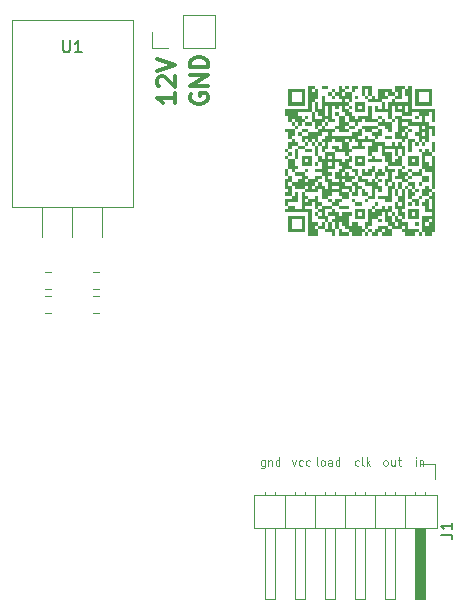
<source format=gbr>
%TF.GenerationSoftware,KiCad,Pcbnew,9.0.1*%
%TF.CreationDate,2025-06-22T03:23:01+02:00*%
%TF.ProjectId,Arduino socket,41726475-696e-46f2-9073-6f636b65742e,rev?*%
%TF.SameCoordinates,Original*%
%TF.FileFunction,Legend,Top*%
%TF.FilePolarity,Positive*%
%FSLAX46Y46*%
G04 Gerber Fmt 4.6, Leading zero omitted, Abs format (unit mm)*
G04 Created by KiCad (PCBNEW 9.0.1) date 2025-06-22 03:23:01*
%MOMM*%
%LPD*%
G01*
G04 APERTURE LIST*
%ADD10C,0.100000*%
%ADD11C,0.300000*%
%ADD12C,0.150000*%
%ADD13C,0.000000*%
%ADD14C,0.120000*%
G04 APERTURE END LIST*
D10*
X129564455Y-91898466D02*
X129564455Y-92465133D01*
X129564455Y-92465133D02*
X129531122Y-92531800D01*
X129531122Y-92531800D02*
X129497789Y-92565133D01*
X129497789Y-92565133D02*
X129431122Y-92598466D01*
X129431122Y-92598466D02*
X129331122Y-92598466D01*
X129331122Y-92598466D02*
X129264455Y-92565133D01*
X129564455Y-92331800D02*
X129497789Y-92365133D01*
X129497789Y-92365133D02*
X129364455Y-92365133D01*
X129364455Y-92365133D02*
X129297789Y-92331800D01*
X129297789Y-92331800D02*
X129264455Y-92298466D01*
X129264455Y-92298466D02*
X129231122Y-92231800D01*
X129231122Y-92231800D02*
X129231122Y-92031800D01*
X129231122Y-92031800D02*
X129264455Y-91965133D01*
X129264455Y-91965133D02*
X129297789Y-91931800D01*
X129297789Y-91931800D02*
X129364455Y-91898466D01*
X129364455Y-91898466D02*
X129497789Y-91898466D01*
X129497789Y-91898466D02*
X129564455Y-91931800D01*
X129897788Y-91898466D02*
X129897788Y-92365133D01*
X129897788Y-91965133D02*
X129931122Y-91931800D01*
X129931122Y-91931800D02*
X129997788Y-91898466D01*
X129997788Y-91898466D02*
X130097788Y-91898466D01*
X130097788Y-91898466D02*
X130164455Y-91931800D01*
X130164455Y-91931800D02*
X130197788Y-91998466D01*
X130197788Y-91998466D02*
X130197788Y-92365133D01*
X130831121Y-92365133D02*
X130831121Y-91665133D01*
X130831121Y-92331800D02*
X130764455Y-92365133D01*
X130764455Y-92365133D02*
X130631121Y-92365133D01*
X130631121Y-92365133D02*
X130564455Y-92331800D01*
X130564455Y-92331800D02*
X130531121Y-92298466D01*
X130531121Y-92298466D02*
X130497788Y-92231800D01*
X130497788Y-92231800D02*
X130497788Y-92031800D01*
X130497788Y-92031800D02*
X130531121Y-91965133D01*
X130531121Y-91965133D02*
X130564455Y-91931800D01*
X130564455Y-91931800D02*
X130631121Y-91898466D01*
X130631121Y-91898466D02*
X130764455Y-91898466D01*
X130764455Y-91898466D02*
X130831121Y-91931800D01*
X139758211Y-92365133D02*
X139691545Y-92331800D01*
X139691545Y-92331800D02*
X139658211Y-92298466D01*
X139658211Y-92298466D02*
X139624878Y-92231800D01*
X139624878Y-92231800D02*
X139624878Y-92031800D01*
X139624878Y-92031800D02*
X139658211Y-91965133D01*
X139658211Y-91965133D02*
X139691545Y-91931800D01*
X139691545Y-91931800D02*
X139758211Y-91898466D01*
X139758211Y-91898466D02*
X139858211Y-91898466D01*
X139858211Y-91898466D02*
X139924878Y-91931800D01*
X139924878Y-91931800D02*
X139958211Y-91965133D01*
X139958211Y-91965133D02*
X139991545Y-92031800D01*
X139991545Y-92031800D02*
X139991545Y-92231800D01*
X139991545Y-92231800D02*
X139958211Y-92298466D01*
X139958211Y-92298466D02*
X139924878Y-92331800D01*
X139924878Y-92331800D02*
X139858211Y-92365133D01*
X139858211Y-92365133D02*
X139758211Y-92365133D01*
X140591544Y-91898466D02*
X140591544Y-92365133D01*
X140291544Y-91898466D02*
X140291544Y-92265133D01*
X140291544Y-92265133D02*
X140324878Y-92331800D01*
X140324878Y-92331800D02*
X140391544Y-92365133D01*
X140391544Y-92365133D02*
X140491544Y-92365133D01*
X140491544Y-92365133D02*
X140558211Y-92331800D01*
X140558211Y-92331800D02*
X140591544Y-92298466D01*
X140824877Y-91898466D02*
X141091544Y-91898466D01*
X140924877Y-91665133D02*
X140924877Y-92265133D01*
X140924877Y-92265133D02*
X140958211Y-92331800D01*
X140958211Y-92331800D02*
X141024877Y-92365133D01*
X141024877Y-92365133D02*
X141091544Y-92365133D01*
X137551543Y-92331800D02*
X137484877Y-92365133D01*
X137484877Y-92365133D02*
X137351543Y-92365133D01*
X137351543Y-92365133D02*
X137284877Y-92331800D01*
X137284877Y-92331800D02*
X137251543Y-92298466D01*
X137251543Y-92298466D02*
X137218210Y-92231800D01*
X137218210Y-92231800D02*
X137218210Y-92031800D01*
X137218210Y-92031800D02*
X137251543Y-91965133D01*
X137251543Y-91965133D02*
X137284877Y-91931800D01*
X137284877Y-91931800D02*
X137351543Y-91898466D01*
X137351543Y-91898466D02*
X137484877Y-91898466D01*
X137484877Y-91898466D02*
X137551543Y-91931800D01*
X137951543Y-92365133D02*
X137884877Y-92331800D01*
X137884877Y-92331800D02*
X137851543Y-92265133D01*
X137851543Y-92265133D02*
X137851543Y-91665133D01*
X138218210Y-92365133D02*
X138218210Y-91665133D01*
X138284877Y-92098466D02*
X138484877Y-92365133D01*
X138484877Y-91898466D02*
X138218210Y-92165133D01*
X142390211Y-92365133D02*
X142390211Y-91898466D01*
X142390211Y-91665133D02*
X142356878Y-91698466D01*
X142356878Y-91698466D02*
X142390211Y-91731800D01*
X142390211Y-91731800D02*
X142423545Y-91698466D01*
X142423545Y-91698466D02*
X142390211Y-91665133D01*
X142390211Y-91665133D02*
X142390211Y-91731800D01*
X142723544Y-91898466D02*
X142723544Y-92365133D01*
X142723544Y-91965133D02*
X142756878Y-91931800D01*
X142756878Y-91931800D02*
X142823544Y-91898466D01*
X142823544Y-91898466D02*
X142923544Y-91898466D01*
X142923544Y-91898466D02*
X142990211Y-91931800D01*
X142990211Y-91931800D02*
X143023544Y-91998466D01*
X143023544Y-91998466D02*
X143023544Y-92365133D01*
X134078211Y-92365133D02*
X134011545Y-92331800D01*
X134011545Y-92331800D02*
X133978211Y-92265133D01*
X133978211Y-92265133D02*
X133978211Y-91665133D01*
X134444878Y-92365133D02*
X134378212Y-92331800D01*
X134378212Y-92331800D02*
X134344878Y-92298466D01*
X134344878Y-92298466D02*
X134311545Y-92231800D01*
X134311545Y-92231800D02*
X134311545Y-92031800D01*
X134311545Y-92031800D02*
X134344878Y-91965133D01*
X134344878Y-91965133D02*
X134378212Y-91931800D01*
X134378212Y-91931800D02*
X134444878Y-91898466D01*
X134444878Y-91898466D02*
X134544878Y-91898466D01*
X134544878Y-91898466D02*
X134611545Y-91931800D01*
X134611545Y-91931800D02*
X134644878Y-91965133D01*
X134644878Y-91965133D02*
X134678212Y-92031800D01*
X134678212Y-92031800D02*
X134678212Y-92231800D01*
X134678212Y-92231800D02*
X134644878Y-92298466D01*
X134644878Y-92298466D02*
X134611545Y-92331800D01*
X134611545Y-92331800D02*
X134544878Y-92365133D01*
X134544878Y-92365133D02*
X134444878Y-92365133D01*
X135278211Y-92365133D02*
X135278211Y-91998466D01*
X135278211Y-91998466D02*
X135244878Y-91931800D01*
X135244878Y-91931800D02*
X135178211Y-91898466D01*
X135178211Y-91898466D02*
X135044878Y-91898466D01*
X135044878Y-91898466D02*
X134978211Y-91931800D01*
X135278211Y-92331800D02*
X135211545Y-92365133D01*
X135211545Y-92365133D02*
X135044878Y-92365133D01*
X135044878Y-92365133D02*
X134978211Y-92331800D01*
X134978211Y-92331800D02*
X134944878Y-92265133D01*
X134944878Y-92265133D02*
X134944878Y-92198466D01*
X134944878Y-92198466D02*
X134978211Y-92131800D01*
X134978211Y-92131800D02*
X135044878Y-92098466D01*
X135044878Y-92098466D02*
X135211545Y-92098466D01*
X135211545Y-92098466D02*
X135278211Y-92065133D01*
X135911544Y-92365133D02*
X135911544Y-91665133D01*
X135911544Y-92331800D02*
X135844878Y-92365133D01*
X135844878Y-92365133D02*
X135711544Y-92365133D01*
X135711544Y-92365133D02*
X135644878Y-92331800D01*
X135644878Y-92331800D02*
X135611544Y-92298466D01*
X135611544Y-92298466D02*
X135578211Y-92231800D01*
X135578211Y-92231800D02*
X135578211Y-92031800D01*
X135578211Y-92031800D02*
X135611544Y-91965133D01*
X135611544Y-91965133D02*
X135644878Y-91931800D01*
X135644878Y-91931800D02*
X135711544Y-91898466D01*
X135711544Y-91898466D02*
X135844878Y-91898466D01*
X135844878Y-91898466D02*
X135911544Y-91931800D01*
X131904878Y-91898466D02*
X132071544Y-92365133D01*
X132071544Y-92365133D02*
X132238211Y-91898466D01*
X132804877Y-92331800D02*
X132738211Y-92365133D01*
X132738211Y-92365133D02*
X132604877Y-92365133D01*
X132604877Y-92365133D02*
X132538211Y-92331800D01*
X132538211Y-92331800D02*
X132504877Y-92298466D01*
X132504877Y-92298466D02*
X132471544Y-92231800D01*
X132471544Y-92231800D02*
X132471544Y-92031800D01*
X132471544Y-92031800D02*
X132504877Y-91965133D01*
X132504877Y-91965133D02*
X132538211Y-91931800D01*
X132538211Y-91931800D02*
X132604877Y-91898466D01*
X132604877Y-91898466D02*
X132738211Y-91898466D01*
X132738211Y-91898466D02*
X132804877Y-91931800D01*
X133404877Y-92331800D02*
X133338211Y-92365133D01*
X133338211Y-92365133D02*
X133204877Y-92365133D01*
X133204877Y-92365133D02*
X133138211Y-92331800D01*
X133138211Y-92331800D02*
X133104877Y-92298466D01*
X133104877Y-92298466D02*
X133071544Y-92231800D01*
X133071544Y-92231800D02*
X133071544Y-92031800D01*
X133071544Y-92031800D02*
X133104877Y-91965133D01*
X133104877Y-91965133D02*
X133138211Y-91931800D01*
X133138211Y-91931800D02*
X133204877Y-91898466D01*
X133204877Y-91898466D02*
X133338211Y-91898466D01*
X133338211Y-91898466D02*
X133404877Y-91931800D01*
D11*
X122001429Y-60827819D02*
X122001429Y-61684962D01*
X122001429Y-61256391D02*
X120501429Y-61256391D01*
X120501429Y-61256391D02*
X120715715Y-61399248D01*
X120715715Y-61399248D02*
X120858572Y-61542105D01*
X120858572Y-61542105D02*
X120930001Y-61684962D01*
X120644286Y-60256391D02*
X120572858Y-60184963D01*
X120572858Y-60184963D02*
X120501429Y-60042106D01*
X120501429Y-60042106D02*
X120501429Y-59684963D01*
X120501429Y-59684963D02*
X120572858Y-59542106D01*
X120572858Y-59542106D02*
X120644286Y-59470677D01*
X120644286Y-59470677D02*
X120787143Y-59399248D01*
X120787143Y-59399248D02*
X120930001Y-59399248D01*
X120930001Y-59399248D02*
X121144286Y-59470677D01*
X121144286Y-59470677D02*
X122001429Y-60327820D01*
X122001429Y-60327820D02*
X122001429Y-59399248D01*
X120501429Y-58970677D02*
X122001429Y-58470677D01*
X122001429Y-58470677D02*
X120501429Y-57970677D01*
X123340257Y-60889774D02*
X123268828Y-61032632D01*
X123268828Y-61032632D02*
X123268828Y-61246917D01*
X123268828Y-61246917D02*
X123340257Y-61461203D01*
X123340257Y-61461203D02*
X123483114Y-61604060D01*
X123483114Y-61604060D02*
X123625971Y-61675489D01*
X123625971Y-61675489D02*
X123911685Y-61746917D01*
X123911685Y-61746917D02*
X124125971Y-61746917D01*
X124125971Y-61746917D02*
X124411685Y-61675489D01*
X124411685Y-61675489D02*
X124554542Y-61604060D01*
X124554542Y-61604060D02*
X124697400Y-61461203D01*
X124697400Y-61461203D02*
X124768828Y-61246917D01*
X124768828Y-61246917D02*
X124768828Y-61104060D01*
X124768828Y-61104060D02*
X124697400Y-60889774D01*
X124697400Y-60889774D02*
X124625971Y-60818346D01*
X124625971Y-60818346D02*
X124125971Y-60818346D01*
X124125971Y-60818346D02*
X124125971Y-61104060D01*
X124768828Y-60175489D02*
X123268828Y-60175489D01*
X123268828Y-60175489D02*
X124768828Y-59318346D01*
X124768828Y-59318346D02*
X123268828Y-59318346D01*
X124768828Y-58604060D02*
X123268828Y-58604060D01*
X123268828Y-58604060D02*
X123268828Y-58246917D01*
X123268828Y-58246917D02*
X123340257Y-58032631D01*
X123340257Y-58032631D02*
X123483114Y-57889774D01*
X123483114Y-57889774D02*
X123625971Y-57818345D01*
X123625971Y-57818345D02*
X123911685Y-57746917D01*
X123911685Y-57746917D02*
X124125971Y-57746917D01*
X124125971Y-57746917D02*
X124411685Y-57818345D01*
X124411685Y-57818345D02*
X124554542Y-57889774D01*
X124554542Y-57889774D02*
X124697400Y-58032631D01*
X124697400Y-58032631D02*
X124768828Y-58246917D01*
X124768828Y-58246917D02*
X124768828Y-58604060D01*
D12*
X112522095Y-56344819D02*
X112522095Y-57154342D01*
X112522095Y-57154342D02*
X112569714Y-57249580D01*
X112569714Y-57249580D02*
X112617333Y-57297200D01*
X112617333Y-57297200D02*
X112712571Y-57344819D01*
X112712571Y-57344819D02*
X112903047Y-57344819D01*
X112903047Y-57344819D02*
X112998285Y-57297200D01*
X112998285Y-57297200D02*
X113045904Y-57249580D01*
X113045904Y-57249580D02*
X113093523Y-57154342D01*
X113093523Y-57154342D02*
X113093523Y-56344819D01*
X114093523Y-57344819D02*
X113522095Y-57344819D01*
X113807809Y-57344819D02*
X113807809Y-56344819D01*
X113807809Y-56344819D02*
X113712571Y-56487676D01*
X113712571Y-56487676D02*
X113617333Y-56582914D01*
X113617333Y-56582914D02*
X113522095Y-56630533D01*
X144472819Y-98190333D02*
X145187104Y-98190333D01*
X145187104Y-98190333D02*
X145329961Y-98237952D01*
X145329961Y-98237952D02*
X145425200Y-98333190D01*
X145425200Y-98333190D02*
X145472819Y-98476047D01*
X145472819Y-98476047D02*
X145472819Y-98571285D01*
X145472819Y-97190333D02*
X145472819Y-97761761D01*
X145472819Y-97476047D02*
X144472819Y-97476047D01*
X144472819Y-97476047D02*
X144615676Y-97571285D01*
X144615676Y-97571285D02*
X144710914Y-97666523D01*
X144710914Y-97666523D02*
X144758533Y-97761761D01*
D13*
%TO.C,G\u002A\u002A\u002A*%
G36*
X133004718Y-69363332D02*
G01*
X133004718Y-69499757D01*
X133141144Y-69499757D01*
X133277570Y-69499757D01*
X133277570Y-69636183D01*
X133277570Y-69772609D01*
X133141144Y-69772609D01*
X133004718Y-69772609D01*
X133004718Y-69921437D01*
X133004718Y-70070265D01*
X133141144Y-70070265D01*
X133277570Y-70070265D01*
X133277570Y-69921437D01*
X133277570Y-69772609D01*
X133562824Y-69772609D01*
X133848078Y-69772609D01*
X133848078Y-69636183D01*
X133848078Y-69499757D01*
X133984503Y-69499757D01*
X134120929Y-69499757D01*
X134120929Y-69785011D01*
X134120929Y-70070265D01*
X134269757Y-70070265D01*
X134418585Y-70070265D01*
X134418585Y-70206691D01*
X134418585Y-70343117D01*
X134269757Y-70343117D01*
X134120929Y-70343117D01*
X134120929Y-70479542D01*
X134120929Y-70615968D01*
X133984503Y-70615968D01*
X133848078Y-70615968D01*
X133848078Y-70343117D01*
X133848078Y-70070265D01*
X133711652Y-70070265D01*
X133575226Y-70070265D01*
X133575226Y-70206691D01*
X133575226Y-70343117D01*
X133289972Y-70343117D01*
X133004718Y-70343117D01*
X133004718Y-70479542D01*
X133004718Y-70615968D01*
X133289972Y-70615968D01*
X133575226Y-70615968D01*
X133575226Y-71186476D01*
X133575226Y-71756984D01*
X133848078Y-71756984D01*
X134120929Y-71756984D01*
X134120929Y-71893410D01*
X134120929Y-72029835D01*
X133984503Y-72029835D01*
X133848078Y-72029835D01*
X133848078Y-72178664D01*
X133848078Y-72327492D01*
X133984503Y-72327492D01*
X134120929Y-72327492D01*
X134120929Y-72178664D01*
X134120929Y-72029835D01*
X134269757Y-72029835D01*
X134418585Y-72029835D01*
X134418585Y-71893410D01*
X134418585Y-71756984D01*
X134555011Y-71756984D01*
X134691437Y-71756984D01*
X134691437Y-72042238D01*
X134691437Y-72327492D01*
X134827863Y-72327492D01*
X134964289Y-72327492D01*
X135261945Y-72327492D01*
X135398371Y-72327492D01*
X135534796Y-72327492D01*
X135534796Y-72042238D01*
X135534796Y-71756984D01*
X135398371Y-71756984D01*
X135261945Y-71756984D01*
X135261945Y-72042238D01*
X135261945Y-72327492D01*
X134964289Y-72327492D01*
X134964289Y-72042238D01*
X134964289Y-71756984D01*
X135113117Y-71756984D01*
X135261945Y-71756984D01*
X135261945Y-71620558D01*
X135261945Y-71484132D01*
X135398371Y-71484132D01*
X135534796Y-71484132D01*
X135534796Y-71335304D01*
X135534796Y-71186476D01*
X135249542Y-71186476D01*
X134964289Y-71186476D01*
X134964289Y-71050050D01*
X134964289Y-70913625D01*
X135113117Y-70913625D01*
X135261945Y-70913625D01*
X135261945Y-70764796D01*
X135261945Y-70615968D01*
X135398371Y-70615968D01*
X135534796Y-70615968D01*
X135534796Y-70764796D01*
X135534796Y-70913625D01*
X135683625Y-70913625D01*
X135832453Y-70913625D01*
X135832453Y-71050050D01*
X135832453Y-71186476D01*
X135968878Y-71186476D01*
X136105304Y-71186476D01*
X136105304Y-71050050D01*
X136105304Y-70913625D01*
X136526984Y-70913625D01*
X136948664Y-70913625D01*
X136948664Y-71050050D01*
X136948664Y-71186476D01*
X136812238Y-71186476D01*
X136675812Y-71186476D01*
X136675812Y-71608156D01*
X136675812Y-72029835D01*
X136812238Y-72029835D01*
X136948664Y-72029835D01*
X136948664Y-71893410D01*
X136948664Y-71756984D01*
X137233917Y-71756984D01*
X137519171Y-71756984D01*
X137519171Y-71893410D01*
X137519171Y-72029835D01*
X137655597Y-72029835D01*
X137792023Y-72029835D01*
X137792023Y-72178664D01*
X137792023Y-72327492D01*
X137940851Y-72327492D01*
X138089679Y-72327492D01*
X138089679Y-72463917D01*
X138089679Y-72600343D01*
X138226105Y-72600343D01*
X138362531Y-72600343D01*
X138362531Y-72463917D01*
X138362531Y-72327492D01*
X138498957Y-72327492D01*
X138635382Y-72327492D01*
X138635382Y-72463917D01*
X138635382Y-72600343D01*
X138784210Y-72600343D01*
X138933039Y-72600343D01*
X138933039Y-72463917D01*
X138933039Y-72327492D01*
X139069464Y-72327492D01*
X139205890Y-72327492D01*
X139205890Y-72178664D01*
X139205890Y-72029835D01*
X139627570Y-72029835D01*
X140049250Y-72029835D01*
X140049250Y-71893410D01*
X140049250Y-71756984D01*
X139912824Y-71756984D01*
X139776398Y-71756984D01*
X139776398Y-71335304D01*
X139776398Y-70913625D01*
X139627570Y-70913625D01*
X139478742Y-70913625D01*
X139478742Y-71050050D01*
X139478742Y-71186476D01*
X139342316Y-71186476D01*
X139205890Y-71186476D01*
X139205890Y-71335304D01*
X139205890Y-71484132D01*
X138920636Y-71484132D01*
X138635382Y-71484132D01*
X138635382Y-71756984D01*
X138635382Y-72029835D01*
X138498957Y-72029835D01*
X138362531Y-72029835D01*
X138362531Y-72178664D01*
X138362531Y-72327492D01*
X138226105Y-72327492D01*
X138089679Y-72327492D01*
X138089679Y-72042238D01*
X138089679Y-71756984D01*
X138226105Y-71756984D01*
X138362531Y-71756984D01*
X138362531Y-71186476D01*
X138362531Y-70615968D01*
X138498957Y-70615968D01*
X138635382Y-70615968D01*
X138635382Y-70764796D01*
X138635382Y-70913625D01*
X138784210Y-70913625D01*
X138933039Y-70913625D01*
X138933039Y-70764796D01*
X138933039Y-70615968D01*
X139205890Y-70615968D01*
X139478742Y-70615968D01*
X139478742Y-70479542D01*
X139478742Y-70343117D01*
X139627570Y-70343117D01*
X139776398Y-70343117D01*
X139776398Y-70479542D01*
X139776398Y-70615968D01*
X139912824Y-70615968D01*
X140049250Y-70615968D01*
X140049250Y-70479542D01*
X140049250Y-70343117D01*
X140198078Y-70343117D01*
X140346906Y-70343117D01*
X140346906Y-70628371D01*
X140346906Y-70913625D01*
X140198078Y-70913625D01*
X140049250Y-70913625D01*
X140049250Y-71050050D01*
X140049250Y-71186476D01*
X140198078Y-71186476D01*
X140346906Y-71186476D01*
X140346906Y-71471730D01*
X140346906Y-71756984D01*
X140483332Y-71756984D01*
X140619757Y-71756984D01*
X140619757Y-71471730D01*
X140619757Y-71186476D01*
X140756183Y-71186476D01*
X140892609Y-71186476D01*
X140892609Y-71335304D01*
X140892609Y-71484132D01*
X141041437Y-71484132D01*
X141190265Y-71484132D01*
X141190265Y-71620558D01*
X141190265Y-71756984D01*
X141463117Y-71756984D01*
X141735968Y-71756984D01*
X141735968Y-72042238D01*
X141735968Y-72327492D01*
X142170050Y-72327492D01*
X142604132Y-72327492D01*
X142604132Y-72463917D01*
X142604132Y-72600343D01*
X142740558Y-72600343D01*
X142876984Y-72600343D01*
X142876984Y-71893410D01*
X143149835Y-71893410D01*
X143149835Y-72029835D01*
X143298664Y-72029835D01*
X143447492Y-72029835D01*
X143447492Y-71893410D01*
X143447492Y-71756984D01*
X143583917Y-71756984D01*
X143720343Y-71756984D01*
X143720343Y-71620558D01*
X143720343Y-71484132D01*
X143583917Y-71484132D01*
X143447492Y-71484132D01*
X143447492Y-71620558D01*
X143447492Y-71756984D01*
X143298664Y-71756984D01*
X143149835Y-71756984D01*
X143149835Y-71893410D01*
X142876984Y-71893410D01*
X142876984Y-71756984D01*
X142876984Y-71186476D01*
X143298664Y-71186476D01*
X143720343Y-71186476D01*
X143720343Y-71050050D01*
X143720343Y-70913625D01*
X143435089Y-70913625D01*
X143149835Y-70913625D01*
X143149835Y-70628371D01*
X143149835Y-70615968D01*
X143447492Y-70615968D01*
X143583917Y-70615968D01*
X143720343Y-70615968D01*
X143720343Y-70194289D01*
X143720343Y-69772609D01*
X143583917Y-69772609D01*
X143447492Y-69772609D01*
X143447492Y-70194289D01*
X143447492Y-70615968D01*
X143149835Y-70615968D01*
X143149835Y-70343117D01*
X143013410Y-70343117D01*
X142876984Y-70343117D01*
X142876984Y-70206691D01*
X142876984Y-70194289D01*
X142876984Y-70070265D01*
X143013410Y-70070265D01*
X143149835Y-70070265D01*
X143149835Y-69921437D01*
X143149835Y-69772609D01*
X143298664Y-69772609D01*
X143447492Y-69772609D01*
X143447492Y-69636183D01*
X143447492Y-69499757D01*
X143583917Y-69499757D01*
X143720343Y-69499757D01*
X143720343Y-69363332D01*
X143720343Y-69226906D01*
X143869171Y-69226906D01*
X144018000Y-69226906D01*
X144018000Y-70913625D01*
X144018000Y-72600343D01*
X143869171Y-72600343D01*
X143720343Y-72600343D01*
X143720343Y-72749171D01*
X143720343Y-72898000D01*
X143435089Y-72898000D01*
X143149835Y-72898000D01*
X143149835Y-72749171D01*
X143149835Y-72600343D01*
X143013410Y-72600343D01*
X142876984Y-72600343D01*
X142876984Y-72749171D01*
X142876984Y-72898000D01*
X142740558Y-72898000D01*
X142604132Y-72898000D01*
X142604132Y-72749171D01*
X142604132Y-72600343D01*
X142455304Y-72600343D01*
X142306476Y-72600343D01*
X142306476Y-72749171D01*
X142306476Y-72898000D01*
X141884796Y-72898000D01*
X141463117Y-72898000D01*
X141463117Y-72749171D01*
X141463117Y-72600343D01*
X141326691Y-72600343D01*
X141190265Y-72600343D01*
X141190265Y-72463917D01*
X141190265Y-72327492D01*
X141326691Y-72327492D01*
X141463117Y-72327492D01*
X141463117Y-72178664D01*
X141463117Y-72029835D01*
X141326691Y-72029835D01*
X141190265Y-72029835D01*
X141190265Y-72178664D01*
X141190265Y-72327492D01*
X140768585Y-72327492D01*
X140346906Y-72327492D01*
X140346906Y-72612746D01*
X140346906Y-72898000D01*
X139912824Y-72898000D01*
X139478742Y-72898000D01*
X139478742Y-72749171D01*
X139478742Y-72600343D01*
X139627570Y-72600343D01*
X139776398Y-72600343D01*
X139776398Y-72463917D01*
X139776398Y-72327492D01*
X140049250Y-72327492D01*
X140198078Y-72327492D01*
X140346906Y-72327492D01*
X140346906Y-72178664D01*
X140346906Y-72029835D01*
X140619757Y-72029835D01*
X140756183Y-72029835D01*
X140892609Y-72029835D01*
X140892609Y-71893410D01*
X140892609Y-71756984D01*
X140756183Y-71756984D01*
X140619757Y-71756984D01*
X140619757Y-71893410D01*
X140619757Y-72029835D01*
X140346906Y-72029835D01*
X140198078Y-72029835D01*
X140049250Y-72029835D01*
X140049250Y-72178664D01*
X140049250Y-72327492D01*
X139776398Y-72327492D01*
X139627570Y-72327492D01*
X139478742Y-72327492D01*
X139478742Y-72463917D01*
X139478742Y-72600343D01*
X139342316Y-72600343D01*
X139205890Y-72600343D01*
X139205890Y-72749171D01*
X139205890Y-72898000D01*
X138920636Y-72898000D01*
X138635382Y-72898000D01*
X138635382Y-72749171D01*
X138635382Y-72600343D01*
X138498957Y-72600343D01*
X138362531Y-72600343D01*
X138362531Y-72749171D01*
X138362531Y-72898000D01*
X138226105Y-72898000D01*
X138089679Y-72898000D01*
X138089679Y-72749171D01*
X138089679Y-72600343D01*
X137940851Y-72600343D01*
X137792023Y-72600343D01*
X137792023Y-72749171D01*
X137792023Y-72898000D01*
X137370343Y-72898000D01*
X136948664Y-72898000D01*
X136948664Y-72749171D01*
X136948664Y-72600343D01*
X136812238Y-72600343D01*
X136675812Y-72600343D01*
X136675812Y-72749171D01*
X136675812Y-72898000D01*
X136254132Y-72898000D01*
X135832453Y-72898000D01*
X135832453Y-72612746D01*
X135832453Y-72327492D01*
X135968878Y-72327492D01*
X136105304Y-72327492D01*
X136105304Y-72463917D01*
X136105304Y-72600343D01*
X136390558Y-72600343D01*
X136675812Y-72600343D01*
X136675812Y-72463917D01*
X136675812Y-72327492D01*
X136526984Y-72327492D01*
X136378156Y-72327492D01*
X136378156Y-72178664D01*
X136378156Y-72029835D01*
X136241730Y-72029835D01*
X136105304Y-72029835D01*
X136105304Y-71893410D01*
X136105304Y-71756984D01*
X135968878Y-71756984D01*
X135832453Y-71756984D01*
X135832453Y-72042238D01*
X135832453Y-72327492D01*
X135683625Y-72327492D01*
X135534796Y-72327492D01*
X135534796Y-72612746D01*
X135534796Y-72898000D01*
X135398371Y-72898000D01*
X135261945Y-72898000D01*
X135261945Y-72749171D01*
X135261945Y-72600343D01*
X134976691Y-72600343D01*
X134691437Y-72600343D01*
X134691437Y-72463917D01*
X134691437Y-72327492D01*
X134406183Y-72327492D01*
X134120929Y-72327492D01*
X134120929Y-72612746D01*
X134120929Y-72898000D01*
X133699250Y-72898000D01*
X133277570Y-72898000D01*
X133277570Y-71905812D01*
X133277570Y-70913625D01*
X132297785Y-70913625D01*
X131318000Y-70913625D01*
X131318000Y-70764796D01*
X131318000Y-70615968D01*
X131454425Y-70615968D01*
X131590851Y-70615968D01*
X131590851Y-70479542D01*
X131590851Y-70343117D01*
X131876105Y-70343117D01*
X132161359Y-70343117D01*
X132161359Y-70479542D01*
X132161359Y-70615968D01*
X132434210Y-70615968D01*
X132707062Y-70615968D01*
X132707062Y-69921437D01*
X132707062Y-69226906D01*
X132855890Y-69226906D01*
X133004718Y-69226906D01*
X133004718Y-69363332D01*
G37*
G36*
X131863703Y-68085890D02*
G01*
X131863703Y-68358742D01*
X131727277Y-68358742D01*
X131590851Y-68358742D01*
X131590851Y-68507570D01*
X131590851Y-68656398D01*
X131727277Y-68656398D01*
X131863703Y-68656398D01*
X131863703Y-69078078D01*
X131863703Y-69499757D01*
X132012531Y-69499757D01*
X132161359Y-69499757D01*
X132161359Y-69363332D01*
X132161359Y-69226906D01*
X132297785Y-69226906D01*
X132434210Y-69226906D01*
X132434210Y-69648585D01*
X132434210Y-70070265D01*
X132012531Y-70070265D01*
X131590851Y-70070265D01*
X131590851Y-70206691D01*
X131590851Y-70343117D01*
X131454425Y-70343117D01*
X131318000Y-70343117D01*
X131318000Y-70057863D01*
X131318000Y-69772609D01*
X131590851Y-69772609D01*
X131863703Y-69772609D01*
X131863703Y-69636183D01*
X131863703Y-69499757D01*
X131590851Y-69499757D01*
X131318000Y-69499757D01*
X131318000Y-69363332D01*
X131318000Y-69226906D01*
X131454425Y-69226906D01*
X131590851Y-69226906D01*
X131590851Y-69078078D01*
X131590851Y-68929250D01*
X131454425Y-68929250D01*
X131318000Y-68929250D01*
X131318000Y-68507570D01*
X131318000Y-68085890D01*
X131454425Y-68085890D01*
X131590851Y-68085890D01*
X131590851Y-67949464D01*
X131590851Y-67813039D01*
X131727277Y-67813039D01*
X131863703Y-67813039D01*
X131863703Y-68085890D01*
G37*
G36*
X144018000Y-65406984D02*
G01*
X144018000Y-65828664D01*
X143869171Y-65828664D01*
X143720343Y-65828664D01*
X143720343Y-65965089D01*
X143720343Y-66101515D01*
X143435089Y-66101515D01*
X143149835Y-66101515D01*
X143149835Y-66386769D01*
X143149835Y-66672023D01*
X143298664Y-66672023D01*
X143447492Y-66672023D01*
X143447492Y-66820851D01*
X143447492Y-66969679D01*
X143583917Y-66969679D01*
X143720343Y-66969679D01*
X143720343Y-66535597D01*
X143720343Y-66101515D01*
X143869171Y-66101515D01*
X144018000Y-66101515D01*
X144018000Y-67515382D01*
X144018000Y-68929250D01*
X143869171Y-68929250D01*
X143720343Y-68929250D01*
X143720343Y-69078078D01*
X143720343Y-69226906D01*
X143583917Y-69226906D01*
X143447492Y-69226906D01*
X143447492Y-69363332D01*
X143447492Y-69499757D01*
X143162238Y-69499757D01*
X142876984Y-69499757D01*
X142876984Y-69214503D01*
X142876984Y-68929250D01*
X143013410Y-68929250D01*
X143149835Y-68929250D01*
X143149835Y-68792824D01*
X143149835Y-68656398D01*
X143298664Y-68656398D01*
X143447492Y-68656398D01*
X143447492Y-68792824D01*
X143447492Y-68929250D01*
X143583917Y-68929250D01*
X143720343Y-68929250D01*
X143720343Y-68222316D01*
X143720343Y-67515382D01*
X143435089Y-67515382D01*
X143149835Y-67515382D01*
X143149835Y-67378957D01*
X143149835Y-67242531D01*
X143013410Y-67242531D01*
X142876984Y-67242531D01*
X142876984Y-67527785D01*
X142876984Y-67813039D01*
X142455304Y-67813039D01*
X142033625Y-67813039D01*
X142033625Y-67664210D01*
X142033625Y-67515382D01*
X141884796Y-67515382D01*
X141735968Y-67515382D01*
X141735968Y-67664210D01*
X141735968Y-67813039D01*
X141599542Y-67813039D01*
X141463117Y-67813039D01*
X141463117Y-67949464D01*
X141463117Y-68085890D01*
X141599542Y-68085890D01*
X141735968Y-68085890D01*
X141735968Y-68222316D01*
X141735968Y-68358742D01*
X141463117Y-68358742D01*
X141190265Y-68358742D01*
X141190265Y-68222316D01*
X141190265Y-68085890D01*
X140905011Y-68085890D01*
X140619757Y-68085890D01*
X140619757Y-67949464D01*
X140619757Y-67813039D01*
X140756183Y-67813039D01*
X140892609Y-67813039D01*
X140892609Y-67527785D01*
X140892609Y-67242531D01*
X141041437Y-67242531D01*
X141190265Y-67242531D01*
X141190265Y-67106105D01*
X141190265Y-66969679D01*
X141326691Y-66969679D01*
X141463117Y-66969679D01*
X141463117Y-67106105D01*
X141463117Y-67242531D01*
X141326691Y-67242531D01*
X141190265Y-67242531D01*
X141190265Y-67378957D01*
X141190265Y-67515382D01*
X141463117Y-67515382D01*
X141735968Y-67515382D01*
X141735968Y-67378957D01*
X141735968Y-67242531D01*
X141884796Y-67242531D01*
X142033625Y-67242531D01*
X142033625Y-67378957D01*
X142033625Y-67515382D01*
X142318878Y-67515382D01*
X142604132Y-67515382D01*
X142604132Y-67378957D01*
X142604132Y-67242531D01*
X142740558Y-67242531D01*
X142876984Y-67242531D01*
X142876984Y-66535597D01*
X142876984Y-65828664D01*
X142740558Y-65828664D01*
X142604132Y-65828664D01*
X142604132Y-65692238D01*
X142604132Y-65555812D01*
X142740558Y-65555812D01*
X142876984Y-65555812D01*
X142876984Y-65692238D01*
X142876984Y-65828664D01*
X143013410Y-65828664D01*
X143149835Y-65828664D01*
X143149835Y-65692238D01*
X143149835Y-65555812D01*
X143298664Y-65555812D01*
X143447492Y-65555812D01*
X143447492Y-65692238D01*
X143447492Y-65828664D01*
X143583917Y-65828664D01*
X143720343Y-65828664D01*
X143720343Y-65406984D01*
X143720343Y-64985304D01*
X143869171Y-64985304D01*
X144018000Y-64985304D01*
X144018000Y-65406984D01*
G37*
G36*
X132161359Y-66684425D02*
G01*
X132161359Y-66969679D01*
X132297785Y-66969679D01*
X132434210Y-66969679D01*
X132434210Y-67106105D01*
X132434210Y-67242531D01*
X132297785Y-67242531D01*
X132161359Y-67242531D01*
X132161359Y-67378957D01*
X132161359Y-67515382D01*
X132012531Y-67515382D01*
X131863703Y-67515382D01*
X131863703Y-67378957D01*
X131863703Y-67242531D01*
X131727277Y-67242531D01*
X131590851Y-67242531D01*
X131590851Y-67527785D01*
X131590851Y-67813039D01*
X131454425Y-67813039D01*
X131318000Y-67813039D01*
X131318000Y-67527785D01*
X131318000Y-67242531D01*
X131454425Y-67242531D01*
X131590851Y-67242531D01*
X131590851Y-66820851D01*
X131590851Y-66399171D01*
X131876105Y-66399171D01*
X132161359Y-66399171D01*
X132161359Y-66684425D01*
G37*
G36*
X138635382Y-60619679D02*
G01*
X138635382Y-61041359D01*
X138498957Y-61041359D01*
X138362531Y-61041359D01*
X138362531Y-61177785D01*
X138362531Y-61314210D01*
X138498957Y-61314210D01*
X138635382Y-61314210D01*
X138635382Y-61177785D01*
X138635382Y-61041359D01*
X138784210Y-61041359D01*
X138933039Y-61041359D01*
X138933039Y-61177785D01*
X138933039Y-61314210D01*
X139069464Y-61314210D01*
X139205890Y-61314210D01*
X139205890Y-60892531D01*
X139205890Y-60470851D01*
X139776398Y-60470851D01*
X140346906Y-60470851D01*
X140346906Y-60607277D01*
X140346906Y-60743703D01*
X140483332Y-60743703D01*
X140619757Y-60743703D01*
X140619757Y-60470851D01*
X140619757Y-60198000D01*
X141041437Y-60198000D01*
X141463117Y-60198000D01*
X141463117Y-60334425D01*
X141463117Y-60470851D01*
X141599542Y-60470851D01*
X141735968Y-60470851D01*
X141735968Y-60334425D01*
X141735968Y-60198000D01*
X141884796Y-60198000D01*
X142033625Y-60198000D01*
X142033625Y-61177785D01*
X142033625Y-62157570D01*
X143025812Y-62157570D01*
X144018000Y-62157570D01*
X144018000Y-62728078D01*
X144018000Y-63298585D01*
X143869171Y-63298585D01*
X143720343Y-63298585D01*
X143720343Y-62876906D01*
X143720343Y-62455226D01*
X143583917Y-62455226D01*
X143447492Y-62455226D01*
X143447492Y-62591652D01*
X143447492Y-62728078D01*
X143298664Y-62728078D01*
X143149835Y-62728078D01*
X143149835Y-63013332D01*
X143149835Y-63298585D01*
X143298664Y-63298585D01*
X143447492Y-63298585D01*
X143447492Y-63435011D01*
X143447492Y-63571437D01*
X143732746Y-63571437D01*
X144018000Y-63571437D01*
X144018000Y-63993117D01*
X144018000Y-64414796D01*
X143869171Y-64414796D01*
X143720343Y-64414796D01*
X143720343Y-64129542D01*
X143720343Y-63844289D01*
X143583917Y-63844289D01*
X143447492Y-63844289D01*
X143447492Y-64414796D01*
X143447492Y-64985304D01*
X143298664Y-64985304D01*
X143149835Y-64985304D01*
X143149835Y-65121730D01*
X143149835Y-65258156D01*
X143013410Y-65258156D01*
X142876984Y-65258156D01*
X142876984Y-65121730D01*
X142876984Y-64985304D01*
X143013410Y-64985304D01*
X143149835Y-64985304D01*
X143149835Y-64848878D01*
X143149835Y-64712453D01*
X143013410Y-64712453D01*
X142876984Y-64712453D01*
X142876984Y-64848878D01*
X142876984Y-64985304D01*
X142740558Y-64985304D01*
X142604132Y-64985304D01*
X142604132Y-65121730D01*
X142604132Y-65258156D01*
X142455304Y-65258156D01*
X142306476Y-65258156D01*
X142306476Y-65121730D01*
X142306476Y-64985304D01*
X142170050Y-64985304D01*
X142033625Y-64985304D01*
X142033625Y-65406984D01*
X142033625Y-65828664D01*
X141884796Y-65828664D01*
X141735968Y-65828664D01*
X141735968Y-65270558D01*
X141735968Y-64712453D01*
X142021222Y-64712453D01*
X142306476Y-64712453D01*
X142306476Y-64848878D01*
X142306476Y-64985304D01*
X142455304Y-64985304D01*
X142604132Y-64985304D01*
X142604132Y-64848878D01*
X142604132Y-64700050D01*
X142604132Y-64414796D01*
X142876984Y-64414796D01*
X143013410Y-64414796D01*
X143149835Y-64414796D01*
X143149835Y-64278371D01*
X143149835Y-64141945D01*
X143013410Y-64141945D01*
X142876984Y-64141945D01*
X142876984Y-64278371D01*
X142876984Y-64414796D01*
X142604132Y-64414796D01*
X142455304Y-64414796D01*
X142306476Y-64414796D01*
X142306476Y-64278371D01*
X142306476Y-64141945D01*
X142455304Y-64141945D01*
X142604132Y-64141945D01*
X142604132Y-63856691D01*
X142604132Y-63844289D01*
X142876984Y-63844289D01*
X143013410Y-63844289D01*
X143149835Y-63844289D01*
X143149835Y-63707863D01*
X143149835Y-63571437D01*
X143013410Y-63571437D01*
X142876984Y-63571437D01*
X142876984Y-63707863D01*
X142876984Y-63844289D01*
X142604132Y-63844289D01*
X142604132Y-63707863D01*
X142604132Y-63571437D01*
X142170050Y-63571437D01*
X141735968Y-63571437D01*
X141735968Y-63707863D01*
X141735968Y-63844289D01*
X141599542Y-63844289D01*
X141463117Y-63844289D01*
X141463117Y-63993117D01*
X141463117Y-64141945D01*
X141326691Y-64141945D01*
X141190265Y-64141945D01*
X141190265Y-64278371D01*
X141190265Y-64414796D01*
X141326691Y-64414796D01*
X141463117Y-64414796D01*
X141463117Y-64278371D01*
X141463117Y-64141945D01*
X141599542Y-64141945D01*
X141735968Y-64141945D01*
X141735968Y-64427199D01*
X141735968Y-64712453D01*
X141599542Y-64712453D01*
X141463117Y-64712453D01*
X141463117Y-64848878D01*
X141463117Y-64985304D01*
X141326691Y-64985304D01*
X141190265Y-64985304D01*
X141190265Y-65121730D01*
X141190265Y-65258156D01*
X141326691Y-65258156D01*
X141463117Y-65258156D01*
X141463117Y-65679835D01*
X141463117Y-66101515D01*
X141326691Y-66101515D01*
X141190265Y-66101515D01*
X141190265Y-66535597D01*
X141190265Y-66969679D01*
X140619757Y-66969679D01*
X140049250Y-66969679D01*
X140049250Y-66820851D01*
X140049250Y-66672023D01*
X139912824Y-66672023D01*
X139776398Y-66672023D01*
X139776398Y-66386769D01*
X139776398Y-66101515D01*
X139627570Y-66101515D01*
X139478742Y-66101515D01*
X139478742Y-65828664D01*
X139776398Y-65828664D01*
X140061652Y-65828664D01*
X140346906Y-65828664D01*
X140346906Y-66250343D01*
X140346906Y-66672023D01*
X140483332Y-66672023D01*
X140619757Y-66672023D01*
X140619757Y-66535597D01*
X140619757Y-66399171D01*
X140756183Y-66399171D01*
X140892609Y-66399171D01*
X140892609Y-66250343D01*
X140892609Y-66101515D01*
X141041437Y-66101515D01*
X141190265Y-66101515D01*
X141190265Y-65828664D01*
X141190265Y-65555812D01*
X141041437Y-65555812D01*
X140892609Y-65555812D01*
X140892609Y-65828664D01*
X140892609Y-66101515D01*
X140756183Y-66101515D01*
X140619757Y-66101515D01*
X140619757Y-65828664D01*
X140619757Y-65555812D01*
X140198078Y-65555812D01*
X139776398Y-65555812D01*
X139776398Y-65692238D01*
X139776398Y-65828664D01*
X139478742Y-65828664D01*
X139478742Y-65692238D01*
X139478742Y-65679835D01*
X139478742Y-65258156D01*
X139342316Y-65258156D01*
X139205890Y-65258156D01*
X139205890Y-65543410D01*
X139205890Y-65828664D01*
X138920636Y-65828664D01*
X138635382Y-65828664D01*
X138635382Y-65965089D01*
X138635382Y-66101515D01*
X138498957Y-66101515D01*
X138362531Y-66101515D01*
X138362531Y-65679835D01*
X138362531Y-65258156D01*
X138498957Y-65258156D01*
X138635382Y-65258156D01*
X138635382Y-65121730D01*
X138635382Y-64985304D01*
X138213703Y-64985304D01*
X137792023Y-64985304D01*
X137792023Y-65121730D01*
X137792023Y-65258156D01*
X137940851Y-65258156D01*
X138089679Y-65258156D01*
X138089679Y-65406984D01*
X138089679Y-65555812D01*
X137519171Y-65555812D01*
X136948664Y-65555812D01*
X136948664Y-65406984D01*
X136948664Y-65258156D01*
X137233917Y-65258156D01*
X137519171Y-65258156D01*
X137519171Y-65121730D01*
X137519171Y-64985304D01*
X137370343Y-64985304D01*
X137221515Y-64985304D01*
X137221515Y-64848878D01*
X137221515Y-64712453D01*
X137085089Y-64712453D01*
X136948664Y-64712453D01*
X136948664Y-64848878D01*
X136948664Y-64985304D01*
X136812238Y-64985304D01*
X136675812Y-64985304D01*
X136675812Y-64848878D01*
X136675812Y-64712453D01*
X136526984Y-64712453D01*
X136378156Y-64712453D01*
X136378156Y-64848878D01*
X136378156Y-64985304D01*
X136526984Y-64985304D01*
X136675812Y-64985304D01*
X136675812Y-65270558D01*
X136675812Y-65555812D01*
X136812238Y-65555812D01*
X136948664Y-65555812D01*
X136948664Y-65692238D01*
X136948664Y-65828664D01*
X136812238Y-65828664D01*
X136675812Y-65828664D01*
X136675812Y-65965089D01*
X136675812Y-66101515D01*
X136526984Y-66101515D01*
X136378156Y-66101515D01*
X136378156Y-65965089D01*
X136378156Y-65828664D01*
X135956476Y-65828664D01*
X135534796Y-65828664D01*
X135534796Y-65692238D01*
X135534796Y-65555812D01*
X135398371Y-65555812D01*
X135261945Y-65555812D01*
X135261945Y-65406984D01*
X135261945Y-65258156D01*
X135547199Y-65258156D01*
X135832453Y-65258156D01*
X135832453Y-65406984D01*
X135832453Y-65555812D01*
X135968878Y-65555812D01*
X136105304Y-65555812D01*
X136105304Y-65270558D01*
X136105304Y-64985304D01*
X135820050Y-64985304D01*
X135534796Y-64985304D01*
X135534796Y-64848878D01*
X135534796Y-64712453D01*
X135398371Y-64712453D01*
X135261945Y-64712453D01*
X135261945Y-64848878D01*
X135261945Y-64985304D01*
X135113117Y-64985304D01*
X134964289Y-64985304D01*
X134964289Y-65270558D01*
X134964289Y-65555812D01*
X134827863Y-65555812D01*
X134691437Y-65555812D01*
X134691437Y-65692238D01*
X134691437Y-65828664D01*
X134555011Y-65828664D01*
X134418585Y-65828664D01*
X134418585Y-65543410D01*
X134418585Y-65258156D01*
X134555011Y-65258156D01*
X134691437Y-65258156D01*
X134691437Y-65121730D01*
X134691437Y-64985304D01*
X134555011Y-64985304D01*
X134418585Y-64985304D01*
X134418585Y-64848878D01*
X134418585Y-64712453D01*
X134555011Y-64712453D01*
X134691437Y-64712453D01*
X134691437Y-64563625D01*
X134691437Y-64414796D01*
X134827863Y-64414796D01*
X134964289Y-64414796D01*
X134964289Y-64278371D01*
X134964289Y-64141945D01*
X134691437Y-64141945D01*
X134418585Y-64141945D01*
X134418585Y-64278371D01*
X134418585Y-64414796D01*
X134269757Y-64414796D01*
X134120929Y-64414796D01*
X134120929Y-64700050D01*
X134120929Y-64985304D01*
X133984503Y-64985304D01*
X133848078Y-64985304D01*
X133848078Y-64848878D01*
X133848078Y-64712453D01*
X133711652Y-64712453D01*
X133575226Y-64712453D01*
X133575226Y-64848878D01*
X133575226Y-64985304D01*
X133426398Y-64985304D01*
X133277570Y-64985304D01*
X133277570Y-64848878D01*
X133277570Y-64712453D01*
X133141144Y-64712453D01*
X133004718Y-64712453D01*
X133004718Y-64848878D01*
X133004718Y-64985304D01*
X132855890Y-64985304D01*
X132707062Y-64985304D01*
X132707062Y-64700050D01*
X132707062Y-64414796D01*
X132992316Y-64414796D01*
X133277570Y-64414796D01*
X133277570Y-64278371D01*
X133277570Y-64141945D01*
X133699250Y-64141945D01*
X134120929Y-64141945D01*
X134120929Y-63993117D01*
X134120929Y-63844289D01*
X134269757Y-63844289D01*
X134418585Y-63844289D01*
X134418585Y-63707863D01*
X134418585Y-63571437D01*
X134555011Y-63571437D01*
X134691437Y-63571437D01*
X134691437Y-63707863D01*
X134691437Y-63844289D01*
X135113117Y-63844289D01*
X135534796Y-63844289D01*
X135534796Y-63993117D01*
X135534796Y-64141945D01*
X135398371Y-64141945D01*
X135261945Y-64141945D01*
X135261945Y-64278371D01*
X135261945Y-64414796D01*
X136105304Y-64414796D01*
X136948664Y-64414796D01*
X136948664Y-64278371D01*
X136948664Y-64141945D01*
X137233917Y-64141945D01*
X137519171Y-64141945D01*
X137519171Y-63993117D01*
X137519171Y-63844289D01*
X137655597Y-63844289D01*
X137792023Y-63844289D01*
X137792023Y-64129542D01*
X137792023Y-64414796D01*
X137655597Y-64414796D01*
X137519171Y-64414796D01*
X137519171Y-64563625D01*
X137519171Y-64712453D01*
X137804425Y-64712453D01*
X138089679Y-64712453D01*
X138089679Y-64563625D01*
X138089679Y-64414796D01*
X138226105Y-64414796D01*
X138362531Y-64414796D01*
X138362531Y-64563625D01*
X138362531Y-64712453D01*
X138647785Y-64712453D01*
X138933039Y-64712453D01*
X138933039Y-64848878D01*
X138933039Y-64985304D01*
X139354718Y-64985304D01*
X139776398Y-64985304D01*
X139776398Y-65121730D01*
X139776398Y-65258156D01*
X140061652Y-65258156D01*
X140346906Y-65258156D01*
X140346906Y-65121730D01*
X140346906Y-64985304D01*
X140483332Y-64985304D01*
X140619757Y-64985304D01*
X140619757Y-65121730D01*
X140619757Y-65258156D01*
X140756183Y-65258156D01*
X140892609Y-65258156D01*
X140892609Y-65121730D01*
X140892609Y-64985304D01*
X141041437Y-64985304D01*
X141190265Y-64985304D01*
X141190265Y-64848878D01*
X141190265Y-64712453D01*
X140905011Y-64712453D01*
X140619757Y-64712453D01*
X140619757Y-64427199D01*
X140619757Y-64141945D01*
X140756183Y-64141945D01*
X140892609Y-64141945D01*
X140892609Y-63571437D01*
X141190265Y-63571437D01*
X141463117Y-63571437D01*
X141735968Y-63571437D01*
X141735968Y-63435011D01*
X141735968Y-63298585D01*
X141463117Y-63298585D01*
X141190265Y-63298585D01*
X141190265Y-63435011D01*
X141190265Y-63571437D01*
X140892609Y-63571437D01*
X140892609Y-63435011D01*
X140892609Y-63000929D01*
X140756183Y-63000929D01*
X140619757Y-63000929D01*
X140619757Y-63149757D01*
X140619757Y-63298585D01*
X140483332Y-63298585D01*
X140346906Y-63298585D01*
X140346906Y-63720265D01*
X140346906Y-64141945D01*
X140198078Y-64141945D01*
X140049250Y-64141945D01*
X140049250Y-63993117D01*
X140049250Y-63844289D01*
X139912824Y-63844289D01*
X139776398Y-63844289D01*
X139776398Y-63707863D01*
X139776398Y-63571437D01*
X139491144Y-63571437D01*
X139205890Y-63571437D01*
X139205890Y-63435011D01*
X139205890Y-63298585D01*
X139342316Y-63298585D01*
X139478742Y-63298585D01*
X139478742Y-63149757D01*
X139478742Y-63000929D01*
X139627570Y-63000929D01*
X139776398Y-63000929D01*
X139776398Y-63149757D01*
X139776398Y-63298585D01*
X140061652Y-63298585D01*
X140346906Y-63298585D01*
X140346906Y-63149757D01*
X140346906Y-63000929D01*
X140483332Y-63000929D01*
X140619757Y-63000929D01*
X140619757Y-62864503D01*
X140619757Y-62728078D01*
X140905011Y-62728078D01*
X141190265Y-62728078D01*
X141190265Y-62864503D01*
X141190265Y-63000929D01*
X141611945Y-63000929D01*
X142033625Y-63000929D01*
X142033625Y-63149757D01*
X142033625Y-63298585D01*
X142455304Y-63298585D01*
X142876984Y-63298585D01*
X142876984Y-63013332D01*
X142876984Y-62728078D01*
X142740558Y-62728078D01*
X142604132Y-62728078D01*
X142604132Y-62591652D01*
X142604132Y-62455226D01*
X142318878Y-62455226D01*
X142033625Y-62455226D01*
X142033625Y-62591652D01*
X142033625Y-62728078D01*
X141611945Y-62728078D01*
X141190265Y-62728078D01*
X141190265Y-62591652D01*
X141190265Y-62455226D01*
X141463117Y-62455226D01*
X141599542Y-62455226D01*
X141735968Y-62455226D01*
X141735968Y-62169972D01*
X141735968Y-61884718D01*
X141599542Y-61884718D01*
X141463117Y-61884718D01*
X141463117Y-62169972D01*
X141463117Y-62455226D01*
X141190265Y-62455226D01*
X140905011Y-62455226D01*
X140619757Y-62455226D01*
X140619757Y-62169972D01*
X140619757Y-62157570D01*
X140892609Y-62157570D01*
X141041437Y-62157570D01*
X141190265Y-62157570D01*
X141190265Y-62021144D01*
X141190265Y-61884718D01*
X141041437Y-61884718D01*
X140892609Y-61884718D01*
X140892609Y-62021144D01*
X140892609Y-62157570D01*
X140619757Y-62157570D01*
X140619757Y-62021144D01*
X140619757Y-61884718D01*
X140483332Y-61884718D01*
X140346906Y-61884718D01*
X140346906Y-62442824D01*
X140346906Y-63000929D01*
X140198078Y-63000929D01*
X140049250Y-63000929D01*
X140049250Y-62728078D01*
X140049250Y-62455226D01*
X139491144Y-62455226D01*
X138933039Y-62455226D01*
X138933039Y-62442824D01*
X138933039Y-62169972D01*
X138933039Y-61884718D01*
X139069464Y-61884718D01*
X139205890Y-61884718D01*
X139205890Y-62021144D01*
X139205890Y-62157570D01*
X139342316Y-62157570D01*
X139478742Y-62157570D01*
X139478742Y-61872316D01*
X139478742Y-61587062D01*
X139627570Y-61587062D01*
X139776398Y-61587062D01*
X139776398Y-61872316D01*
X139776398Y-62157570D01*
X139912824Y-62157570D01*
X140049250Y-62157570D01*
X140049250Y-61872316D01*
X140049250Y-61587062D01*
X140198078Y-61587062D01*
X140346906Y-61587062D01*
X140346906Y-61450636D01*
X140346906Y-61314210D01*
X140483332Y-61314210D01*
X140619757Y-61314210D01*
X140619757Y-61450636D01*
X140619757Y-61587062D01*
X141177863Y-61587062D01*
X141735968Y-61587062D01*
X141735968Y-61314210D01*
X141735968Y-61041359D01*
X141599542Y-61041359D01*
X141463117Y-61041359D01*
X141463117Y-60756105D01*
X141463117Y-60470851D01*
X141326691Y-60470851D01*
X141190265Y-60470851D01*
X141190265Y-60892531D01*
X141190265Y-61314210D01*
X140905011Y-61314210D01*
X140619757Y-61314210D01*
X140619757Y-61177785D01*
X140619757Y-61041359D01*
X140756183Y-61041359D01*
X140892609Y-61041359D01*
X140892609Y-60892531D01*
X140892609Y-60743703D01*
X140756183Y-60743703D01*
X140619757Y-60743703D01*
X140619757Y-60892531D01*
X140619757Y-61041359D01*
X140334503Y-61041359D01*
X140049250Y-61041359D01*
X140049250Y-60892531D01*
X140049250Y-60743703D01*
X139912824Y-60743703D01*
X139776398Y-60743703D01*
X139776398Y-60892531D01*
X139776398Y-61041359D01*
X139912824Y-61041359D01*
X140049250Y-61041359D01*
X140049250Y-61177785D01*
X140049250Y-61314210D01*
X139763996Y-61314210D01*
X139478742Y-61314210D01*
X139478742Y-61450636D01*
X139478742Y-61587062D01*
X138920636Y-61587062D01*
X138362531Y-61587062D01*
X138362531Y-61450636D01*
X138362531Y-61314210D01*
X138226105Y-61314210D01*
X138089679Y-61314210D01*
X138089679Y-61177785D01*
X138089679Y-61041359D01*
X138226105Y-61041359D01*
X138362531Y-61041359D01*
X138362531Y-60756105D01*
X138362531Y-60470851D01*
X138226105Y-60470851D01*
X138089679Y-60470851D01*
X138089679Y-60756105D01*
X138089679Y-61041359D01*
X137940851Y-61041359D01*
X137792023Y-61041359D01*
X137792023Y-60756105D01*
X137792023Y-60619679D01*
X137792023Y-60198000D01*
X138213703Y-60198000D01*
X138635382Y-60198000D01*
X138635382Y-60619679D01*
G37*
G36*
X131863703Y-65965089D02*
G01*
X131863703Y-66101515D01*
X131727277Y-66101515D01*
X131590851Y-66101515D01*
X131590851Y-66250343D01*
X131590851Y-66399171D01*
X131454425Y-66399171D01*
X131318000Y-66399171D01*
X131318000Y-66250343D01*
X131318000Y-66101515D01*
X131454425Y-66101515D01*
X131590851Y-66101515D01*
X131590851Y-65965089D01*
X131590851Y-65828664D01*
X131727277Y-65828664D01*
X131863703Y-65828664D01*
X131863703Y-65965089D01*
G37*
G36*
X132161359Y-64848878D02*
G01*
X132161359Y-64985304D01*
X132297785Y-64985304D01*
X132434210Y-64985304D01*
X132434210Y-65121730D01*
X132434210Y-65258156D01*
X132148957Y-65258156D01*
X131863703Y-65258156D01*
X131863703Y-65406984D01*
X131863703Y-65555812D01*
X131727277Y-65555812D01*
X131590851Y-65555812D01*
X131590851Y-65692238D01*
X131590851Y-65828664D01*
X131454425Y-65828664D01*
X131318000Y-65828664D01*
X131318000Y-65692238D01*
X131318000Y-65555812D01*
X131454425Y-65555812D01*
X131590851Y-65555812D01*
X131590851Y-65270558D01*
X131590851Y-64985304D01*
X131727277Y-64985304D01*
X131863703Y-64985304D01*
X131863703Y-64848878D01*
X131863703Y-64712453D01*
X132012531Y-64712453D01*
X132161359Y-64712453D01*
X132161359Y-64848878D01*
G37*
G36*
X132434210Y-63707863D02*
G01*
X132434210Y-63844289D01*
X132297785Y-63844289D01*
X132161359Y-63844289D01*
X132161359Y-64129542D01*
X132161359Y-64414796D01*
X132012531Y-64414796D01*
X131863703Y-64414796D01*
X131863703Y-64563625D01*
X131863703Y-64712453D01*
X131727277Y-64712453D01*
X131590851Y-64712453D01*
X131590851Y-64427199D01*
X131590851Y-64141945D01*
X131454425Y-64141945D01*
X131318000Y-64141945D01*
X131318000Y-63993117D01*
X131318000Y-63844289D01*
X131739679Y-63844289D01*
X132161359Y-63844289D01*
X132161359Y-63707863D01*
X132161359Y-63571437D01*
X132297785Y-63571437D01*
X132434210Y-63571437D01*
X132434210Y-63707863D01*
G37*
G36*
X136105304Y-60334425D02*
G01*
X136105304Y-60470851D01*
X136241730Y-60470851D01*
X136378156Y-60470851D01*
X136378156Y-60334425D01*
X136378156Y-60198000D01*
X136526984Y-60198000D01*
X136675812Y-60198000D01*
X136675812Y-60334425D01*
X136675812Y-60470851D01*
X136526984Y-60470851D01*
X136378156Y-60470851D01*
X136378156Y-60607277D01*
X136378156Y-60743703D01*
X136663410Y-60743703D01*
X136948664Y-60743703D01*
X136948664Y-60470851D01*
X136948664Y-60198000D01*
X137233917Y-60198000D01*
X137519171Y-60198000D01*
X137519171Y-60334425D01*
X137519171Y-60470851D01*
X137370343Y-60470851D01*
X137221515Y-60470851D01*
X137221515Y-60607277D01*
X137221515Y-60743703D01*
X137085089Y-60743703D01*
X136948664Y-60743703D01*
X136948664Y-61165382D01*
X136948664Y-61587062D01*
X136812238Y-61587062D01*
X136675812Y-61587062D01*
X136675812Y-61735890D01*
X136675812Y-61884718D01*
X136526984Y-61884718D01*
X136378156Y-61884718D01*
X136378156Y-62021144D01*
X136378156Y-62157570D01*
X136526984Y-62157570D01*
X136675812Y-62157570D01*
X136675812Y-62021144D01*
X136675812Y-61884718D01*
X136812238Y-61884718D01*
X136948664Y-61884718D01*
X136948664Y-62021144D01*
X136948664Y-62157570D01*
X136812238Y-62157570D01*
X136675812Y-62157570D01*
X136675812Y-62306398D01*
X136675812Y-62455226D01*
X136812238Y-62455226D01*
X136948664Y-62455226D01*
X136948664Y-62591652D01*
X136948664Y-62728078D01*
X137085089Y-62728078D01*
X137221515Y-62728078D01*
X137221515Y-62864503D01*
X137221515Y-63000929D01*
X137370343Y-63000929D01*
X137519171Y-63000929D01*
X137519171Y-62864503D01*
X137519171Y-62728078D01*
X137940851Y-62728078D01*
X138362531Y-62728078D01*
X138362531Y-62306398D01*
X138362531Y-61884718D01*
X138498957Y-61884718D01*
X138635382Y-61884718D01*
X138635382Y-62442824D01*
X138635382Y-63000929D01*
X138920636Y-63000929D01*
X139205890Y-63000929D01*
X139205890Y-62864503D01*
X139205890Y-62728078D01*
X139342316Y-62728078D01*
X139478742Y-62728078D01*
X139478742Y-62864503D01*
X139478742Y-63000929D01*
X139342316Y-63000929D01*
X139205890Y-63000929D01*
X139205890Y-63149757D01*
X139205890Y-63298585D01*
X138647785Y-63298585D01*
X138089679Y-63298585D01*
X138089679Y-63149757D01*
X138089679Y-63000929D01*
X137940851Y-63000929D01*
X137792023Y-63000929D01*
X137792023Y-63149757D01*
X137792023Y-63298585D01*
X137655597Y-63298585D01*
X137519171Y-63298585D01*
X137519171Y-63435011D01*
X137519171Y-63571437D01*
X137370343Y-63571437D01*
X137221515Y-63571437D01*
X137221515Y-63435011D01*
X137221515Y-63298585D01*
X136948664Y-63298585D01*
X136675812Y-63298585D01*
X136675812Y-63013332D01*
X136675812Y-62728078D01*
X136526984Y-62728078D01*
X136378156Y-62728078D01*
X136378156Y-62591652D01*
X136378156Y-62455226D01*
X136241730Y-62455226D01*
X136105304Y-62455226D01*
X136105304Y-62169972D01*
X136105304Y-61884718D01*
X135968878Y-61884718D01*
X135832453Y-61884718D01*
X135832453Y-62021144D01*
X135832453Y-62157570D01*
X135683625Y-62157570D01*
X135534796Y-62157570D01*
X135534796Y-62021144D01*
X135534796Y-61884718D01*
X135398371Y-61884718D01*
X135261945Y-61884718D01*
X135261945Y-62442824D01*
X135261945Y-63000929D01*
X135398371Y-63000929D01*
X135534796Y-63000929D01*
X135534796Y-63149757D01*
X135534796Y-63298585D01*
X135249542Y-63298585D01*
X134964289Y-63298585D01*
X134964289Y-63149757D01*
X134964289Y-63000929D01*
X134827863Y-63000929D01*
X134691437Y-63000929D01*
X134691437Y-63149757D01*
X134691437Y-63298585D01*
X134555011Y-63298585D01*
X134418585Y-63298585D01*
X134418585Y-63435011D01*
X134418585Y-63571437D01*
X134269757Y-63571437D01*
X134120929Y-63571437D01*
X134120929Y-63707863D01*
X134120929Y-63844289D01*
X133984503Y-63844289D01*
X133848078Y-63844289D01*
X133848078Y-63571437D01*
X133848078Y-63298585D01*
X133711652Y-63298585D01*
X133575226Y-63298585D01*
X133575226Y-63000929D01*
X133848078Y-63000929D01*
X134133332Y-63000929D01*
X134418585Y-63000929D01*
X134418585Y-62864503D01*
X134418585Y-62728078D01*
X134691437Y-62728078D01*
X134827863Y-62728078D01*
X134964289Y-62728078D01*
X134964289Y-62306398D01*
X134964289Y-61884718D01*
X134827863Y-61884718D01*
X134691437Y-61884718D01*
X134691437Y-62306398D01*
X134691437Y-62728078D01*
X134418585Y-62728078D01*
X134269757Y-62728078D01*
X134120929Y-62728078D01*
X134120929Y-62591652D01*
X134120929Y-62455226D01*
X133984503Y-62455226D01*
X133848078Y-62455226D01*
X133848078Y-62728078D01*
X133848078Y-63000929D01*
X133575226Y-63000929D01*
X133575226Y-62876906D01*
X133575226Y-62728078D01*
X133575226Y-62455226D01*
X133711652Y-62455226D01*
X133848078Y-62455226D01*
X133848078Y-62306398D01*
X133848078Y-62021144D01*
X133848078Y-61587062D01*
X133984503Y-61587062D01*
X134120929Y-61587062D01*
X134120929Y-61872316D01*
X134120929Y-62157570D01*
X134269757Y-62157570D01*
X134418585Y-62157570D01*
X134418585Y-61599464D01*
X134418585Y-61041359D01*
X134555011Y-61041359D01*
X134691437Y-61041359D01*
X134691437Y-61314210D01*
X134691437Y-61587062D01*
X135398371Y-61587062D01*
X136105304Y-61587062D01*
X136378156Y-61587062D01*
X136526984Y-61587062D01*
X136675812Y-61587062D01*
X136675812Y-61450636D01*
X136675812Y-61314210D01*
X136526984Y-61314210D01*
X136378156Y-61314210D01*
X136378156Y-61450636D01*
X136378156Y-61587062D01*
X136105304Y-61587062D01*
X136105304Y-61450636D01*
X136105304Y-61314210D01*
X135968878Y-61314210D01*
X135832453Y-61314210D01*
X135832453Y-61177785D01*
X135832453Y-61041359D01*
X136105304Y-61041359D01*
X136241730Y-61041359D01*
X136378156Y-61041359D01*
X136378156Y-60892531D01*
X136378156Y-60743703D01*
X136241730Y-60743703D01*
X136105304Y-60743703D01*
X136105304Y-60892531D01*
X136105304Y-61041359D01*
X135832453Y-61041359D01*
X135683625Y-61041359D01*
X135534796Y-61041359D01*
X135534796Y-61177785D01*
X135534796Y-61314210D01*
X135398371Y-61314210D01*
X135261945Y-61314210D01*
X135261945Y-61177785D01*
X135261945Y-61041359D01*
X135398371Y-61041359D01*
X135534796Y-61041359D01*
X135534796Y-60892531D01*
X135534796Y-60743703D01*
X135398371Y-60743703D01*
X135261945Y-60743703D01*
X135261945Y-60892531D01*
X135261945Y-61041359D01*
X135113117Y-61041359D01*
X134964289Y-61041359D01*
X134964289Y-60892531D01*
X134964289Y-60743703D01*
X135113117Y-60743703D01*
X135261945Y-60743703D01*
X135261945Y-60607277D01*
X135261945Y-60470851D01*
X135398371Y-60470851D01*
X135534796Y-60470851D01*
X135534796Y-60607277D01*
X135534796Y-60743703D01*
X135683625Y-60743703D01*
X135832453Y-60743703D01*
X135832453Y-60470851D01*
X135832453Y-60198000D01*
X135968878Y-60198000D01*
X136105304Y-60198000D01*
X136105304Y-60334425D01*
G37*
G36*
X133848078Y-60334425D02*
G01*
X133848078Y-60470851D01*
X133711652Y-60470851D01*
X133575226Y-60470851D01*
X133575226Y-60607277D01*
X133575226Y-60743703D01*
X133711652Y-60743703D01*
X133848078Y-60743703D01*
X133848078Y-60607277D01*
X133848078Y-60470851D01*
X133984503Y-60470851D01*
X134120929Y-60470851D01*
X134120929Y-60892531D01*
X134120929Y-61314210D01*
X133984503Y-61314210D01*
X133848078Y-61314210D01*
X133848078Y-61450636D01*
X133848078Y-61587062D01*
X133711652Y-61587062D01*
X133575226Y-61587062D01*
X133575226Y-62021144D01*
X133575226Y-62455226D01*
X133004718Y-62455226D01*
X132434210Y-62455226D01*
X132434210Y-62591652D01*
X132434210Y-62728078D01*
X132570636Y-62728078D01*
X132707062Y-62728078D01*
X132707062Y-62864503D01*
X132707062Y-63000929D01*
X132855890Y-63000929D01*
X133004718Y-63000929D01*
X133004718Y-63149757D01*
X133004718Y-63298585D01*
X132855890Y-63298585D01*
X132707062Y-63298585D01*
X132707062Y-63435011D01*
X132707062Y-63571437D01*
X132570636Y-63571437D01*
X132434210Y-63571437D01*
X132434210Y-63435011D01*
X132434210Y-63298585D01*
X132297785Y-63298585D01*
X132161359Y-63298585D01*
X132161359Y-63435011D01*
X132161359Y-63571437D01*
X132012531Y-63571437D01*
X131863703Y-63571437D01*
X131863703Y-63435011D01*
X131863703Y-63298585D01*
X132012531Y-63298585D01*
X132161359Y-63298585D01*
X132161359Y-63149757D01*
X132161359Y-63000929D01*
X132012531Y-63000929D01*
X131863703Y-63000929D01*
X131863703Y-63149757D01*
X131863703Y-63298585D01*
X131727277Y-63298585D01*
X131590851Y-63298585D01*
X131590851Y-63149757D01*
X131590851Y-63013332D01*
X131590851Y-62728078D01*
X131454425Y-62728078D01*
X131318000Y-62728078D01*
X131318000Y-62442824D01*
X131318000Y-62157570D01*
X132297785Y-62157570D01*
X133277570Y-62157570D01*
X133277570Y-61177785D01*
X133277570Y-60198000D01*
X133562824Y-60198000D01*
X133848078Y-60198000D01*
X133848078Y-60334425D01*
G37*
G36*
X133004718Y-71893410D02*
G01*
X133004718Y-72600343D01*
X132297785Y-72600343D01*
X131590851Y-72600343D01*
X131590851Y-72327492D01*
X131863703Y-72327492D01*
X132285382Y-72327492D01*
X132707062Y-72327492D01*
X132707062Y-71905812D01*
X132707062Y-71484132D01*
X132285382Y-71484132D01*
X131863703Y-71484132D01*
X131863703Y-71905812D01*
X131863703Y-72327492D01*
X131590851Y-72327492D01*
X131590851Y-71905812D01*
X131590851Y-71893410D01*
X131590851Y-71186476D01*
X132297785Y-71186476D01*
X133004718Y-71186476D01*
X133004718Y-71893410D01*
G37*
G36*
X142604132Y-66535597D02*
G01*
X142604132Y-66969679D01*
X142170050Y-66969679D01*
X141735968Y-66969679D01*
X141735968Y-66672023D01*
X142033625Y-66672023D01*
X142170050Y-66672023D01*
X142306476Y-66672023D01*
X142306476Y-66535597D01*
X142306476Y-66399171D01*
X142170050Y-66399171D01*
X142033625Y-66399171D01*
X142033625Y-66535597D01*
X142033625Y-66672023D01*
X141735968Y-66672023D01*
X141735968Y-66535597D01*
X141735968Y-66101515D01*
X142170050Y-66101515D01*
X142604132Y-66101515D01*
X142604132Y-66535597D01*
G37*
G36*
X138089679Y-62021144D02*
G01*
X138089679Y-62455226D01*
X137655597Y-62455226D01*
X137221515Y-62455226D01*
X137221515Y-62157570D01*
X137519171Y-62157570D01*
X137655597Y-62157570D01*
X137792023Y-62157570D01*
X137792023Y-62021144D01*
X137792023Y-61884718D01*
X137655597Y-61884718D01*
X137519171Y-61884718D01*
X137519171Y-62021144D01*
X137519171Y-62157570D01*
X137221515Y-62157570D01*
X137221515Y-62021144D01*
X137221515Y-61587062D01*
X137655597Y-61587062D01*
X138089679Y-61587062D01*
X138089679Y-62021144D01*
G37*
G36*
X133004718Y-61177785D02*
G01*
X133004718Y-61884718D01*
X132297785Y-61884718D01*
X131590851Y-61884718D01*
X131590851Y-61587062D01*
X131863703Y-61587062D01*
X132285382Y-61587062D01*
X132707062Y-61587062D01*
X132707062Y-61165382D01*
X132707062Y-60743703D01*
X132285382Y-60743703D01*
X131863703Y-60743703D01*
X131863703Y-61165382D01*
X131863703Y-61587062D01*
X131590851Y-61587062D01*
X131590851Y-61177785D01*
X131590851Y-61165382D01*
X131590851Y-60470851D01*
X132297785Y-60470851D01*
X133004718Y-60470851D01*
X133004718Y-61177785D01*
G37*
G36*
X143720343Y-61177785D02*
G01*
X143720343Y-61884718D01*
X143013410Y-61884718D01*
X142306476Y-61884718D01*
X142306476Y-61587062D01*
X142604132Y-61587062D01*
X143025812Y-61587062D01*
X143447492Y-61587062D01*
X143447492Y-61165382D01*
X143447492Y-60743703D01*
X143025812Y-60743703D01*
X142604132Y-60743703D01*
X142604132Y-61165382D01*
X142604132Y-61587062D01*
X142306476Y-61587062D01*
X142306476Y-61177785D01*
X142306476Y-61165382D01*
X142306476Y-60470851D01*
X143013410Y-60470851D01*
X143720343Y-60470851D01*
X143720343Y-61177785D01*
G37*
G36*
X137519171Y-61177785D02*
G01*
X137519171Y-61314210D01*
X137370343Y-61314210D01*
X137221515Y-61314210D01*
X137221515Y-61177785D01*
X137221515Y-61041359D01*
X137370343Y-61041359D01*
X137519171Y-61041359D01*
X137519171Y-61177785D01*
G37*
G36*
X134964289Y-60334425D02*
G01*
X134964289Y-60470851D01*
X134691437Y-60470851D01*
X134418585Y-60470851D01*
X134418585Y-60334425D01*
X134418585Y-60198000D01*
X134691437Y-60198000D01*
X134964289Y-60198000D01*
X134964289Y-60334425D01*
G37*
G36*
X142604132Y-71893410D02*
G01*
X142604132Y-72029835D01*
X142455304Y-72029835D01*
X142306476Y-72029835D01*
X142306476Y-71893410D01*
X142306476Y-71756984D01*
X142455304Y-71756984D01*
X142604132Y-71756984D01*
X142604132Y-71893410D01*
G37*
G36*
X135534796Y-66113917D02*
G01*
X135534796Y-66399171D01*
X135820050Y-66399171D01*
X136105304Y-66399171D01*
X136105304Y-66535597D01*
X136105304Y-66672023D01*
X136241730Y-66672023D01*
X136378156Y-66672023D01*
X136378156Y-66535597D01*
X136378156Y-66399171D01*
X136526984Y-66399171D01*
X136675812Y-66399171D01*
X136675812Y-66250343D01*
X136675812Y-66101515D01*
X136812238Y-66101515D01*
X136948664Y-66101515D01*
X136948664Y-66386769D01*
X136948664Y-66672023D01*
X136812238Y-66672023D01*
X136675812Y-66672023D01*
X136675812Y-66820851D01*
X136675812Y-66969679D01*
X136812238Y-66969679D01*
X136948664Y-66969679D01*
X136948664Y-67106105D01*
X136948664Y-67242531D01*
X136663410Y-67242531D01*
X136378156Y-67242531D01*
X136378156Y-67378957D01*
X136378156Y-67515382D01*
X136241730Y-67515382D01*
X136105304Y-67515382D01*
X136105304Y-67664210D01*
X136105304Y-67813039D01*
X136241730Y-67813039D01*
X136378156Y-67813039D01*
X136378156Y-67664210D01*
X136378156Y-67515382D01*
X136526984Y-67515382D01*
X136675812Y-67515382D01*
X136675812Y-67664210D01*
X136675812Y-67813039D01*
X136948664Y-67813039D01*
X137221515Y-67813039D01*
X137221515Y-67664210D01*
X137221515Y-67515382D01*
X137085089Y-67515382D01*
X136948664Y-67515382D01*
X136948664Y-67378957D01*
X136948664Y-67242531D01*
X137233917Y-67242531D01*
X137519171Y-67242531D01*
X137519171Y-67527785D01*
X137519171Y-67813039D01*
X137370343Y-67813039D01*
X137221515Y-67813039D01*
X137221515Y-67949464D01*
X137221515Y-68085890D01*
X137085089Y-68085890D01*
X136948664Y-68085890D01*
X136948664Y-68222316D01*
X136948664Y-68358742D01*
X136663410Y-68358742D01*
X136378156Y-68358742D01*
X136378156Y-68222316D01*
X136378156Y-68085890D01*
X136241730Y-68085890D01*
X136105304Y-68085890D01*
X136105304Y-68222316D01*
X136105304Y-68358742D01*
X136241730Y-68358742D01*
X136378156Y-68358742D01*
X136378156Y-68507570D01*
X136378156Y-68656398D01*
X136663410Y-68656398D01*
X136948664Y-68656398D01*
X136948664Y-68507570D01*
X136948664Y-68358742D01*
X137233917Y-68358742D01*
X137519171Y-68358742D01*
X137519171Y-68085890D01*
X137519171Y-67813039D01*
X137655597Y-67813039D01*
X137792023Y-67813039D01*
X137792023Y-67949464D01*
X137792023Y-68085890D01*
X138077277Y-68085890D01*
X138362531Y-68085890D01*
X138362531Y-68222316D01*
X138362531Y-68358742D01*
X138498957Y-68358742D01*
X138635382Y-68358742D01*
X138635382Y-68222316D01*
X138635382Y-68085890D01*
X138784210Y-68085890D01*
X138933039Y-68085890D01*
X138933039Y-67800636D01*
X138933039Y-67515382D01*
X138784210Y-67515382D01*
X138635382Y-67515382D01*
X138635382Y-67664210D01*
X138635382Y-67813039D01*
X138213703Y-67813039D01*
X137792023Y-67813039D01*
X137792023Y-67527785D01*
X137792023Y-67242531D01*
X137940851Y-67242531D01*
X138089679Y-67242531D01*
X138089679Y-67378957D01*
X138089679Y-67515382D01*
X138226105Y-67515382D01*
X138362531Y-67515382D01*
X138362531Y-67378957D01*
X138362531Y-67242531D01*
X138498957Y-67242531D01*
X138635382Y-67242531D01*
X138635382Y-67106105D01*
X138635382Y-66969679D01*
X138784210Y-66969679D01*
X138933039Y-66969679D01*
X138933039Y-67242531D01*
X138933039Y-67515382D01*
X139069464Y-67515382D01*
X139205890Y-67515382D01*
X139205890Y-67378957D01*
X139205890Y-67242531D01*
X139342316Y-67242531D01*
X139478742Y-67242531D01*
X139478742Y-67378957D01*
X139478742Y-67515382D01*
X139627570Y-67515382D01*
X139776398Y-67515382D01*
X139776398Y-67242531D01*
X139776398Y-66969679D01*
X139912824Y-66969679D01*
X140049250Y-66969679D01*
X140049250Y-67106105D01*
X140049250Y-67242531D01*
X140334503Y-67242531D01*
X140619757Y-67242531D01*
X140619757Y-67378957D01*
X140619757Y-67515382D01*
X140483332Y-67515382D01*
X140346906Y-67515382D01*
X140346906Y-67937062D01*
X140346906Y-68358742D01*
X140198078Y-68358742D01*
X140049250Y-68358742D01*
X140049250Y-68507570D01*
X140049250Y-68656398D01*
X140198078Y-68656398D01*
X140346906Y-68656398D01*
X140346906Y-68507570D01*
X140346906Y-68358742D01*
X140483332Y-68358742D01*
X140619757Y-68358742D01*
X140619757Y-68643996D01*
X140619757Y-68929250D01*
X140756183Y-68929250D01*
X140892609Y-68929250D01*
X140892609Y-68643996D01*
X140892609Y-68358742D01*
X141041437Y-68358742D01*
X141190265Y-68358742D01*
X141190265Y-68643996D01*
X141190265Y-68929250D01*
X141326691Y-68929250D01*
X141463117Y-68929250D01*
X141463117Y-68792824D01*
X141463117Y-68656398D01*
X141599542Y-68656398D01*
X141735968Y-68656398D01*
X141735968Y-68507570D01*
X141735968Y-68358742D01*
X142021222Y-68358742D01*
X142306476Y-68358742D01*
X142306476Y-68643996D01*
X142306476Y-68929250D01*
X142170050Y-68929250D01*
X142033625Y-68929250D01*
X142033625Y-69078078D01*
X142033625Y-69226906D01*
X142170050Y-69226906D01*
X142306476Y-69226906D01*
X142306476Y-69078078D01*
X142306476Y-68929250D01*
X142455304Y-68929250D01*
X142604132Y-68929250D01*
X142604132Y-69078078D01*
X142604132Y-69226906D01*
X142455304Y-69226906D01*
X142306476Y-69226906D01*
X142306476Y-69363332D01*
X142306476Y-69499757D01*
X142170050Y-69499757D01*
X142033625Y-69499757D01*
X142033625Y-69636183D01*
X142033625Y-69772609D01*
X142318878Y-69772609D01*
X142604132Y-69772609D01*
X142604132Y-69636183D01*
X142604132Y-69499757D01*
X142740558Y-69499757D01*
X142876984Y-69499757D01*
X142876984Y-69636183D01*
X142876984Y-69772609D01*
X142740558Y-69772609D01*
X142604132Y-69772609D01*
X142604132Y-70057863D01*
X142604132Y-70343117D01*
X142455304Y-70343117D01*
X142306476Y-70343117D01*
X142306476Y-70206691D01*
X142306476Y-70070265D01*
X142170050Y-70070265D01*
X142033625Y-70070265D01*
X142033625Y-70206691D01*
X142033625Y-70343117D01*
X141884796Y-70343117D01*
X141735968Y-70343117D01*
X141735968Y-70206691D01*
X141735968Y-70070265D01*
X141884796Y-70070265D01*
X142033625Y-70070265D01*
X142033625Y-69921437D01*
X142033625Y-69772609D01*
X141884796Y-69772609D01*
X141735968Y-69772609D01*
X141735968Y-69350929D01*
X141735968Y-68929250D01*
X141884796Y-68929250D01*
X142033625Y-68929250D01*
X142033625Y-68792824D01*
X142033625Y-68656398D01*
X141884796Y-68656398D01*
X141735968Y-68656398D01*
X141735968Y-68792824D01*
X141735968Y-68929250D01*
X141599542Y-68929250D01*
X141463117Y-68929250D01*
X141463117Y-69772609D01*
X141463117Y-70615968D01*
X141326691Y-70615968D01*
X141190265Y-70615968D01*
X141190265Y-70764796D01*
X141190265Y-70913625D01*
X141326691Y-70913625D01*
X141463117Y-70913625D01*
X141463117Y-71198878D01*
X141463117Y-71484132D01*
X141326691Y-71484132D01*
X141190265Y-71484132D01*
X141190265Y-71335304D01*
X141190265Y-71186476D01*
X141041437Y-71186476D01*
X140892609Y-71186476D01*
X140892609Y-70901222D01*
X140892609Y-70615968D01*
X140756183Y-70615968D01*
X140619757Y-70615968D01*
X140619757Y-70343117D01*
X140892609Y-70343117D01*
X141041437Y-70343117D01*
X141190265Y-70343117D01*
X141190265Y-70206691D01*
X141190265Y-70070265D01*
X141041437Y-70070265D01*
X140892609Y-70070265D01*
X140892609Y-70206691D01*
X140892609Y-70343117D01*
X140619757Y-70343117D01*
X140619757Y-70206691D01*
X140619757Y-70070265D01*
X140756183Y-70070265D01*
X140892609Y-70070265D01*
X140892609Y-69785011D01*
X140892609Y-69499757D01*
X141041437Y-69499757D01*
X141190265Y-69499757D01*
X141190265Y-69214503D01*
X141190265Y-68929250D01*
X141041437Y-68929250D01*
X140892609Y-68929250D01*
X140892609Y-69214503D01*
X140892609Y-69499757D01*
X140756183Y-69499757D01*
X140619757Y-69499757D01*
X140619757Y-69214503D01*
X140619757Y-68929250D01*
X140483332Y-68929250D01*
X140346906Y-68929250D01*
X140346906Y-69499757D01*
X140346906Y-70070265D01*
X140061652Y-70070265D01*
X139776398Y-70070265D01*
X139776398Y-69921437D01*
X139776398Y-69772609D01*
X139491144Y-69772609D01*
X139205890Y-69772609D01*
X139205890Y-69636183D01*
X139205890Y-69499757D01*
X139627570Y-69499757D01*
X140049250Y-69499757D01*
X140049250Y-69078078D01*
X140049250Y-68656398D01*
X139912824Y-68656398D01*
X139776398Y-68656398D01*
X139776398Y-68371144D01*
X139776398Y-68085890D01*
X139912824Y-68085890D01*
X140049250Y-68085890D01*
X140049250Y-67800636D01*
X140049250Y-67515382D01*
X139912824Y-67515382D01*
X139776398Y-67515382D01*
X139776398Y-67664210D01*
X139776398Y-67813039D01*
X139491144Y-67813039D01*
X139205890Y-67813039D01*
X139205890Y-67949464D01*
X139205890Y-68085890D01*
X139069464Y-68085890D01*
X138933039Y-68085890D01*
X138933039Y-68222316D01*
X138933039Y-68358742D01*
X139069464Y-68358742D01*
X139205890Y-68358742D01*
X139205890Y-68222316D01*
X139205890Y-68085890D01*
X139342316Y-68085890D01*
X139478742Y-68085890D01*
X139478742Y-68222316D01*
X139478742Y-68358742D01*
X139342316Y-68358742D01*
X139205890Y-68358742D01*
X139205890Y-68507570D01*
X139205890Y-68656398D01*
X139342316Y-68656398D01*
X139478742Y-68656398D01*
X139478742Y-68941652D01*
X139478742Y-69226906D01*
X139342316Y-69226906D01*
X139205890Y-69226906D01*
X139205890Y-69078078D01*
X139205890Y-68929250D01*
X139069464Y-68929250D01*
X138933039Y-68929250D01*
X138933039Y-69350929D01*
X138933039Y-69772609D01*
X138647785Y-69772609D01*
X138362531Y-69772609D01*
X138362531Y-69921437D01*
X138362531Y-70070265D01*
X138226105Y-70070265D01*
X138089679Y-70070265D01*
X138089679Y-69921437D01*
X138089679Y-69772609D01*
X138226105Y-69772609D01*
X138362531Y-69772609D01*
X138362531Y-69636183D01*
X138362531Y-69499757D01*
X138077277Y-69499757D01*
X137792023Y-69499757D01*
X137792023Y-69214503D01*
X137792023Y-68929250D01*
X137940851Y-68929250D01*
X138089679Y-68929250D01*
X138089679Y-69078078D01*
X138089679Y-69226906D01*
X138226105Y-69226906D01*
X138362531Y-69226906D01*
X138362531Y-69363332D01*
X138362531Y-69499757D01*
X138498957Y-69499757D01*
X138635382Y-69499757D01*
X138635382Y-69078078D01*
X138635382Y-68656398D01*
X138362531Y-68656398D01*
X138089679Y-68656398D01*
X138089679Y-68507570D01*
X138089679Y-68358742D01*
X137804425Y-68358742D01*
X137519171Y-68358742D01*
X137519171Y-68507570D01*
X137519171Y-68656398D01*
X137655597Y-68656398D01*
X137792023Y-68656398D01*
X137792023Y-68792824D01*
X137792023Y-68929250D01*
X137655597Y-68929250D01*
X137519171Y-68929250D01*
X137519171Y-69214503D01*
X137519171Y-69499757D01*
X137233917Y-69499757D01*
X136948664Y-69499757D01*
X136948664Y-69363332D01*
X136948664Y-69226906D01*
X137085089Y-69226906D01*
X137221515Y-69226906D01*
X137221515Y-68941652D01*
X137221515Y-68656398D01*
X137085089Y-68656398D01*
X136948664Y-68656398D01*
X136948664Y-68941652D01*
X136948664Y-69226906D01*
X136812238Y-69226906D01*
X136675812Y-69226906D01*
X136675812Y-69499757D01*
X136675812Y-69772609D01*
X136390558Y-69772609D01*
X136105304Y-69772609D01*
X136105304Y-69921437D01*
X136105304Y-70070265D01*
X135968878Y-70070265D01*
X135832453Y-70070265D01*
X135832453Y-70206691D01*
X135832453Y-70343117D01*
X135547199Y-70343117D01*
X135261945Y-70343117D01*
X135261945Y-70479542D01*
X135261945Y-70615968D01*
X134976691Y-70615968D01*
X134691437Y-70615968D01*
X134691437Y-70901222D01*
X134691437Y-71186476D01*
X134827863Y-71186476D01*
X134964289Y-71186476D01*
X134964289Y-71471730D01*
X134964289Y-71756984D01*
X134827863Y-71756984D01*
X134691437Y-71756984D01*
X134691437Y-71620558D01*
X134691437Y-71484132D01*
X134406183Y-71484132D01*
X134120929Y-71484132D01*
X134120929Y-71335304D01*
X134120929Y-71186476D01*
X134269757Y-71186476D01*
X134418585Y-71186476D01*
X134418585Y-71050050D01*
X134418585Y-70913625D01*
X134269757Y-70913625D01*
X134120929Y-70913625D01*
X134120929Y-71050050D01*
X134120929Y-71186476D01*
X133984503Y-71186476D01*
X133848078Y-71186476D01*
X133848078Y-71050050D01*
X133848078Y-70913625D01*
X133984503Y-70913625D01*
X134120929Y-70913625D01*
X134120929Y-70764796D01*
X134120929Y-70615968D01*
X134269757Y-70615968D01*
X134418585Y-70615968D01*
X134418585Y-70479542D01*
X134418585Y-70343117D01*
X134840265Y-70343117D01*
X135261945Y-70343117D01*
X135261945Y-70206691D01*
X135261945Y-70070265D01*
X135113117Y-70070265D01*
X134964289Y-70070265D01*
X134964289Y-69921437D01*
X134964289Y-69772609D01*
X135113117Y-69772609D01*
X135261945Y-69772609D01*
X135261945Y-69921437D01*
X135261945Y-70070265D01*
X135398371Y-70070265D01*
X135534796Y-70070265D01*
X135534796Y-69921437D01*
X135534796Y-69772609D01*
X135820050Y-69772609D01*
X136105304Y-69772609D01*
X136105304Y-69636183D01*
X136105304Y-69499757D01*
X135968878Y-69499757D01*
X135832453Y-69499757D01*
X135832453Y-69363332D01*
X135832453Y-69226906D01*
X136105304Y-69226906D01*
X136390558Y-69226906D01*
X136675812Y-69226906D01*
X136675812Y-69078078D01*
X136675812Y-68941652D01*
X136675812Y-68929250D01*
X136390558Y-68929250D01*
X136105304Y-68929250D01*
X136105304Y-69078078D01*
X136105304Y-69226906D01*
X135832453Y-69226906D01*
X135547199Y-69226906D01*
X135261945Y-69226906D01*
X135261945Y-69363332D01*
X135261945Y-69499757D01*
X135113117Y-69499757D01*
X134964289Y-69499757D01*
X134964289Y-69636183D01*
X134964289Y-69772609D01*
X134691437Y-69772609D01*
X134418585Y-69772609D01*
X134418585Y-69350929D01*
X134418585Y-69078078D01*
X134418585Y-68929250D01*
X134269757Y-68929250D01*
X134120929Y-68929250D01*
X134120929Y-69078078D01*
X134120929Y-69226906D01*
X133562824Y-69226906D01*
X133004718Y-69226906D01*
X133004718Y-69078078D01*
X133004718Y-68929250D01*
X133141144Y-68929250D01*
X133277570Y-68929250D01*
X133277570Y-68792824D01*
X133575226Y-68792824D01*
X133575226Y-68929250D01*
X133711652Y-68929250D01*
X133848078Y-68929250D01*
X133848078Y-68792824D01*
X133848078Y-68656398D01*
X133984503Y-68656398D01*
X134120929Y-68656398D01*
X134120929Y-68507570D01*
X134120929Y-68358742D01*
X134269757Y-68358742D01*
X134418585Y-68358742D01*
X134418585Y-68507570D01*
X134418585Y-68656398D01*
X134555011Y-68656398D01*
X134691437Y-68656398D01*
X134691437Y-68792824D01*
X134691437Y-68929250D01*
X134827863Y-68929250D01*
X134964289Y-68929250D01*
X135261945Y-68929250D01*
X135547199Y-68929250D01*
X135832453Y-68929250D01*
X135832453Y-68792824D01*
X135832453Y-68656398D01*
X135547199Y-68656398D01*
X135261945Y-68656398D01*
X135261945Y-68792824D01*
X135261945Y-68929250D01*
X134964289Y-68929250D01*
X134964289Y-68792824D01*
X134964289Y-68643996D01*
X134964289Y-68358742D01*
X134827863Y-68358742D01*
X134691437Y-68358742D01*
X134691437Y-68085890D01*
X134691437Y-67813039D01*
X134555011Y-67813039D01*
X134418585Y-67813039D01*
X134418585Y-67949464D01*
X134418585Y-68085890D01*
X134269757Y-68085890D01*
X134120929Y-68085890D01*
X134120929Y-68222316D01*
X134120929Y-68358742D01*
X133984503Y-68358742D01*
X133848078Y-68358742D01*
X133848078Y-68507570D01*
X133848078Y-68656398D01*
X133711652Y-68656398D01*
X133575226Y-68656398D01*
X133575226Y-68792824D01*
X133277570Y-68792824D01*
X133277570Y-68656398D01*
X133141144Y-68656398D01*
X133004718Y-68656398D01*
X133004718Y-68792824D01*
X133004718Y-68929250D01*
X132583039Y-68929250D01*
X132161359Y-68929250D01*
X132161359Y-68792824D01*
X132161359Y-68656398D01*
X132012531Y-68656398D01*
X131863703Y-68656398D01*
X131863703Y-68507570D01*
X131863703Y-68358742D01*
X132148957Y-68358742D01*
X132434210Y-68358742D01*
X133004718Y-68358742D01*
X133141144Y-68358742D01*
X133277570Y-68358742D01*
X133277570Y-68222316D01*
X133277570Y-68085890D01*
X133141144Y-68085890D01*
X133004718Y-68085890D01*
X133004718Y-68222316D01*
X133004718Y-68358742D01*
X132434210Y-68358742D01*
X132434210Y-68222316D01*
X132434210Y-68085890D01*
X132570636Y-68085890D01*
X132707062Y-68085890D01*
X132707062Y-67949464D01*
X132707062Y-67813039D01*
X132434210Y-67813039D01*
X132161359Y-67813039D01*
X132161359Y-67664210D01*
X132161359Y-67515382D01*
X132583039Y-67515382D01*
X133004718Y-67515382D01*
X133004718Y-67378957D01*
X133004718Y-67242531D01*
X133141144Y-67242531D01*
X133277570Y-67242531D01*
X133277570Y-67378957D01*
X133277570Y-67515382D01*
X133141144Y-67515382D01*
X133004718Y-67515382D01*
X133004718Y-67664210D01*
X133004718Y-67813039D01*
X133141144Y-67813039D01*
X133277570Y-67813039D01*
X133277570Y-67949464D01*
X133277570Y-68085890D01*
X133562824Y-68085890D01*
X133848078Y-68085890D01*
X133848078Y-67949464D01*
X133848078Y-67813039D01*
X134133332Y-67813039D01*
X134418585Y-67813039D01*
X134418585Y-67664210D01*
X134418585Y-67515382D01*
X134133332Y-67515382D01*
X133848078Y-67515382D01*
X133848078Y-67378957D01*
X134964289Y-67378957D01*
X134964289Y-67515382D01*
X135113117Y-67515382D01*
X135261945Y-67515382D01*
X135261945Y-67664210D01*
X135261945Y-67813039D01*
X135113117Y-67813039D01*
X134964289Y-67813039D01*
X134964289Y-67949464D01*
X134964289Y-68085890D01*
X135113117Y-68085890D01*
X135261945Y-68085890D01*
X135261945Y-68222316D01*
X135261945Y-68358742D01*
X135547199Y-68358742D01*
X135832453Y-68358742D01*
X135832453Y-68222316D01*
X135832453Y-68085890D01*
X135683625Y-68085890D01*
X135534796Y-68085890D01*
X135534796Y-67800636D01*
X135534796Y-67515382D01*
X135683625Y-67515382D01*
X135832453Y-67515382D01*
X135832453Y-67378957D01*
X135832453Y-67242531D01*
X135968878Y-67242531D01*
X136105304Y-67242531D01*
X136105304Y-67106105D01*
X136105304Y-66969679D01*
X135968878Y-66969679D01*
X135832453Y-66969679D01*
X135832453Y-66820851D01*
X135832453Y-66672023D01*
X135683625Y-66672023D01*
X135534796Y-66672023D01*
X135534796Y-66957277D01*
X135534796Y-67242531D01*
X135249542Y-67242531D01*
X134964289Y-67242531D01*
X134964289Y-67378957D01*
X133848078Y-67378957D01*
X133848078Y-67242531D01*
X134133332Y-67242531D01*
X134418585Y-67242531D01*
X134418585Y-66969679D01*
X134964289Y-66969679D01*
X135113117Y-66969679D01*
X135261945Y-66969679D01*
X135261945Y-66820851D01*
X135261945Y-66672023D01*
X135113117Y-66672023D01*
X134964289Y-66672023D01*
X134964289Y-66820851D01*
X134964289Y-66969679D01*
X134418585Y-66969679D01*
X134418585Y-66957277D01*
X134418585Y-66820851D01*
X134418585Y-66672023D01*
X134269757Y-66672023D01*
X134120929Y-66672023D01*
X134120929Y-66820851D01*
X134120929Y-66969679D01*
X133984503Y-66969679D01*
X133848078Y-66969679D01*
X133848078Y-66820851D01*
X133848078Y-66672023D01*
X133984503Y-66672023D01*
X134120929Y-66672023D01*
X134120929Y-66386769D01*
X134120929Y-66101515D01*
X134269757Y-66101515D01*
X134418585Y-66101515D01*
X134418585Y-66250343D01*
X134418585Y-66399171D01*
X134555011Y-66399171D01*
X134691437Y-66399171D01*
X134964289Y-66399171D01*
X135113117Y-66399171D01*
X135261945Y-66399171D01*
X135261945Y-66250343D01*
X135261945Y-66101515D01*
X135113117Y-66101515D01*
X134964289Y-66101515D01*
X134964289Y-66250343D01*
X134964289Y-66399171D01*
X134691437Y-66399171D01*
X134691437Y-66250343D01*
X134691437Y-66113917D01*
X134691437Y-65828664D01*
X135113117Y-65828664D01*
X135534796Y-65828664D01*
X135534796Y-66113917D01*
G37*
G36*
X136675812Y-70479542D02*
G01*
X136675812Y-70615968D01*
X136254132Y-70615968D01*
X135832453Y-70615968D01*
X135832453Y-70479542D01*
X135832453Y-70343117D01*
X136254132Y-70343117D01*
X136675812Y-70343117D01*
X136675812Y-70479542D01*
G37*
G36*
X133848078Y-65121730D02*
G01*
X133848078Y-65258156D01*
X133984503Y-65258156D01*
X134120929Y-65258156D01*
X134120929Y-65121730D01*
X134120929Y-64985304D01*
X134269757Y-64985304D01*
X134418585Y-64985304D01*
X134418585Y-65121730D01*
X134418585Y-65258156D01*
X134269757Y-65258156D01*
X134120929Y-65258156D01*
X134120929Y-65679835D01*
X134120929Y-66101515D01*
X133984503Y-66101515D01*
X133848078Y-66101515D01*
X133848078Y-65679835D01*
X133848078Y-65258156D01*
X133711652Y-65258156D01*
X133575226Y-65258156D01*
X133575226Y-65121730D01*
X133575226Y-64985304D01*
X133711652Y-64985304D01*
X133848078Y-64985304D01*
X133848078Y-65121730D01*
G37*
G36*
X139478742Y-71620558D02*
G01*
X139478742Y-71756984D01*
X139342316Y-71756984D01*
X139205890Y-71756984D01*
X139205890Y-71620558D01*
X139205890Y-71484132D01*
X139342316Y-71484132D01*
X139478742Y-71484132D01*
X139478742Y-71620558D01*
G37*
G36*
X138089679Y-71050050D02*
G01*
X138089679Y-71484132D01*
X137655597Y-71484132D01*
X137221515Y-71484132D01*
X137221515Y-71186476D01*
X137519171Y-71186476D01*
X137655597Y-71186476D01*
X137792023Y-71186476D01*
X137792023Y-71050050D01*
X137792023Y-70913625D01*
X137655597Y-70913625D01*
X137519171Y-70913625D01*
X137519171Y-71050050D01*
X137519171Y-71186476D01*
X137221515Y-71186476D01*
X137221515Y-71050050D01*
X137221515Y-70615968D01*
X137655597Y-70615968D01*
X138089679Y-70615968D01*
X138089679Y-71050050D01*
G37*
G36*
X142604132Y-71050050D02*
G01*
X142604132Y-71484132D01*
X142170050Y-71484132D01*
X141735968Y-71484132D01*
X141735968Y-71186476D01*
X142033625Y-71186476D01*
X142170050Y-71186476D01*
X142306476Y-71186476D01*
X142306476Y-71050050D01*
X142306476Y-70913625D01*
X142170050Y-70913625D01*
X142033625Y-70913625D01*
X142033625Y-71050050D01*
X142033625Y-71186476D01*
X141735968Y-71186476D01*
X141735968Y-71050050D01*
X141735968Y-70615968D01*
X142170050Y-70615968D01*
X142604132Y-70615968D01*
X142604132Y-71050050D01*
G37*
G36*
X140619757Y-71050050D02*
G01*
X140619757Y-71186476D01*
X140483332Y-71186476D01*
X140346906Y-71186476D01*
X140346906Y-71050050D01*
X140346906Y-70913625D01*
X140483332Y-70913625D01*
X140619757Y-70913625D01*
X140619757Y-71050050D01*
G37*
G36*
X139205890Y-70206691D02*
G01*
X139205890Y-70343117D01*
X139069464Y-70343117D01*
X138933039Y-70343117D01*
X138933039Y-70479542D01*
X138933039Y-70615968D01*
X138784210Y-70615968D01*
X138635382Y-70615968D01*
X138635382Y-70479542D01*
X138635382Y-70343117D01*
X138784210Y-70343117D01*
X138933039Y-70343117D01*
X138933039Y-70206691D01*
X138933039Y-70070265D01*
X139069464Y-70070265D01*
X139205890Y-70070265D01*
X139205890Y-70206691D01*
G37*
G36*
X137792023Y-70206691D02*
G01*
X137792023Y-70343117D01*
X137506769Y-70343117D01*
X137221515Y-70343117D01*
X137221515Y-70206691D01*
X137221515Y-70070265D01*
X137506769Y-70070265D01*
X137792023Y-70070265D01*
X137792023Y-70206691D01*
G37*
G36*
X137221515Y-69921437D02*
G01*
X137221515Y-70070265D01*
X137085089Y-70070265D01*
X136948664Y-70070265D01*
X136948664Y-69921437D01*
X136948664Y-69772609D01*
X137085089Y-69772609D01*
X137221515Y-69772609D01*
X137221515Y-69921437D01*
G37*
G36*
X143447492Y-68085890D02*
G01*
X143447492Y-68358742D01*
X143162238Y-68358742D01*
X142876984Y-68358742D01*
X142876984Y-68507570D01*
X142876984Y-68656398D01*
X142740558Y-68656398D01*
X142604132Y-68656398D01*
X142604132Y-68507570D01*
X142604132Y-68358742D01*
X142740558Y-68358742D01*
X142876984Y-68358742D01*
X142876984Y-68085890D01*
X142876984Y-67813039D01*
X143162238Y-67813039D01*
X143447492Y-67813039D01*
X143447492Y-68085890D01*
G37*
G36*
X142033625Y-67949464D02*
G01*
X142033625Y-68085890D01*
X141884796Y-68085890D01*
X141735968Y-68085890D01*
X141735968Y-67949464D01*
X141735968Y-67813039D01*
X141884796Y-67813039D01*
X142033625Y-67813039D01*
X142033625Y-67949464D01*
G37*
G36*
X133575226Y-66535597D02*
G01*
X133575226Y-66969679D01*
X133141144Y-66969679D01*
X132707062Y-66969679D01*
X132707062Y-66672023D01*
X133004718Y-66672023D01*
X133141144Y-66672023D01*
X133277570Y-66672023D01*
X133277570Y-66535597D01*
X133277570Y-66399171D01*
X133141144Y-66399171D01*
X133004718Y-66399171D01*
X133004718Y-66535597D01*
X133004718Y-66672023D01*
X132707062Y-66672023D01*
X132707062Y-66535597D01*
X132707062Y-66101515D01*
X133141144Y-66101515D01*
X133575226Y-66101515D01*
X133575226Y-66535597D01*
G37*
G36*
X138089679Y-66535597D02*
G01*
X138089679Y-66969679D01*
X137655597Y-66969679D01*
X137221515Y-66969679D01*
X137221515Y-66672023D01*
X137519171Y-66672023D01*
X137655597Y-66672023D01*
X137792023Y-66672023D01*
X137792023Y-66535597D01*
X137792023Y-66399171D01*
X137655597Y-66399171D01*
X137519171Y-66399171D01*
X137519171Y-66535597D01*
X137519171Y-66672023D01*
X137221515Y-66672023D01*
X137221515Y-66535597D01*
X137221515Y-66101515D01*
X137655597Y-66101515D01*
X138089679Y-66101515D01*
X138089679Y-66535597D01*
G37*
G36*
X138933039Y-66250343D02*
G01*
X138933039Y-66399171D01*
X139205890Y-66399171D01*
X139478742Y-66399171D01*
X139478742Y-66535597D01*
X139478742Y-66672023D01*
X138920636Y-66672023D01*
X138362531Y-66672023D01*
X138362531Y-66535597D01*
X138362531Y-66399171D01*
X138498957Y-66399171D01*
X138635382Y-66399171D01*
X138635382Y-66250343D01*
X138635382Y-66101515D01*
X138784210Y-66101515D01*
X138933039Y-66101515D01*
X138933039Y-66250343D01*
G37*
G36*
X133277570Y-65121730D02*
G01*
X133277570Y-65258156D01*
X133141144Y-65258156D01*
X133004718Y-65258156D01*
X133004718Y-65406984D01*
X133004718Y-65555812D01*
X132719464Y-65555812D01*
X132434210Y-65555812D01*
X132434210Y-65977492D01*
X132434210Y-66399171D01*
X132297785Y-66399171D01*
X132161359Y-66399171D01*
X132161359Y-65977492D01*
X132161359Y-65555812D01*
X132297785Y-65555812D01*
X132434210Y-65555812D01*
X132434210Y-65406984D01*
X132434210Y-65258156D01*
X132719464Y-65258156D01*
X133004718Y-65258156D01*
X133004718Y-65121730D01*
X133004718Y-64985304D01*
X133141144Y-64985304D01*
X133277570Y-64985304D01*
X133277570Y-65121730D01*
G37*
G36*
X133575226Y-65692238D02*
G01*
X133575226Y-65828664D01*
X133289972Y-65828664D01*
X133004718Y-65828664D01*
X133004718Y-65692238D01*
X133004718Y-65555812D01*
X133289972Y-65555812D01*
X133575226Y-65555812D01*
X133575226Y-65692238D01*
G37*
G36*
X139205890Y-63707863D02*
G01*
X139205890Y-63844289D01*
X138920636Y-63844289D01*
X138635382Y-63844289D01*
X138635382Y-63993117D01*
X138635382Y-64141945D01*
X138920636Y-64141945D01*
X139205890Y-64141945D01*
X139205890Y-63993117D01*
X139205890Y-63844289D01*
X139342316Y-63844289D01*
X139478742Y-63844289D01*
X139478742Y-64129542D01*
X139478742Y-64414796D01*
X139342316Y-64414796D01*
X139205890Y-64414796D01*
X139205890Y-64563625D01*
X139205890Y-64712453D01*
X139069464Y-64712453D01*
X138933039Y-64712453D01*
X138933039Y-64563625D01*
X138933039Y-64414796D01*
X138784210Y-64414796D01*
X138635382Y-64414796D01*
X138635382Y-64278371D01*
X138635382Y-64141945D01*
X138362531Y-64141945D01*
X138089679Y-64141945D01*
X138089679Y-63993117D01*
X138089679Y-63844289D01*
X137940851Y-63844289D01*
X137792023Y-63844289D01*
X137792023Y-63707863D01*
X137792023Y-63571437D01*
X138498957Y-63571437D01*
X139205890Y-63571437D01*
X139205890Y-63707863D01*
G37*
G36*
X140346906Y-64563625D02*
G01*
X140346906Y-64712453D01*
X140061652Y-64712453D01*
X139776398Y-64712453D01*
X139776398Y-64563625D01*
X139776398Y-64414796D01*
X140061652Y-64414796D01*
X140346906Y-64414796D01*
X140346906Y-64563625D01*
G37*
G36*
X133277570Y-63993117D02*
G01*
X133277570Y-64141945D01*
X132992316Y-64141945D01*
X132707062Y-64141945D01*
X132707062Y-64278371D01*
X132707062Y-64414796D01*
X132570636Y-64414796D01*
X132434210Y-64414796D01*
X132434210Y-64278371D01*
X132434210Y-64141945D01*
X132570636Y-64141945D01*
X132707062Y-64141945D01*
X132707062Y-63993117D01*
X132707062Y-63844289D01*
X132992316Y-63844289D01*
X133277570Y-63844289D01*
X133277570Y-63993117D01*
G37*
G36*
X136378156Y-63013332D02*
G01*
X136378156Y-63298585D01*
X136526984Y-63298585D01*
X136675812Y-63298585D01*
X136675812Y-63435011D01*
X136675812Y-63571437D01*
X136526984Y-63571437D01*
X136378156Y-63571437D01*
X136378156Y-63707863D01*
X136378156Y-63844289D01*
X136526984Y-63844289D01*
X136675812Y-63844289D01*
X136675812Y-63707863D01*
X136675812Y-63571437D01*
X136948664Y-63571437D01*
X137221515Y-63571437D01*
X137221515Y-63707863D01*
X137221515Y-63844289D01*
X136948664Y-63844289D01*
X136675812Y-63844289D01*
X136675812Y-63993117D01*
X136675812Y-64141945D01*
X136254132Y-64141945D01*
X135832453Y-64141945D01*
X135832453Y-63993117D01*
X135832453Y-63844289D01*
X135683625Y-63844289D01*
X135534796Y-63844289D01*
X135534796Y-63707863D01*
X135534796Y-63571437D01*
X135683625Y-63571437D01*
X135832453Y-63571437D01*
X135832453Y-63149757D01*
X135832453Y-62728078D01*
X136105304Y-62728078D01*
X136378156Y-62728078D01*
X136378156Y-63013332D01*
G37*
G36*
X135832453Y-62591652D02*
G01*
X135832453Y-62728078D01*
X135683625Y-62728078D01*
X135534796Y-62728078D01*
X135534796Y-62591652D01*
X135534796Y-62455226D01*
X135683625Y-62455226D01*
X135832453Y-62455226D01*
X135832453Y-62591652D01*
G37*
G36*
X133575226Y-63435011D02*
G01*
X133575226Y-63571437D01*
X133289972Y-63571437D01*
X133004718Y-63571437D01*
X133004718Y-63435011D01*
X133004718Y-63298585D01*
X133289972Y-63298585D01*
X133575226Y-63298585D01*
X133575226Y-63435011D01*
G37*
G36*
X134964289Y-63435011D02*
G01*
X134964289Y-63571437D01*
X134827863Y-63571437D01*
X134691437Y-63571437D01*
X134691437Y-63435011D01*
X134691437Y-63298585D01*
X134827863Y-63298585D01*
X134964289Y-63298585D01*
X134964289Y-63435011D01*
G37*
G36*
X133277570Y-62864503D02*
G01*
X133277570Y-63000929D01*
X133141144Y-63000929D01*
X133004718Y-63000929D01*
X133004718Y-62864503D01*
X133004718Y-62728078D01*
X133141144Y-62728078D01*
X133277570Y-62728078D01*
X133277570Y-62864503D01*
G37*
G36*
X142604132Y-62864503D02*
G01*
X142604132Y-63000929D01*
X142455304Y-63000929D01*
X142306476Y-63000929D01*
X142306476Y-62864503D01*
X142306476Y-62728078D01*
X142455304Y-62728078D01*
X142604132Y-62728078D01*
X142604132Y-62864503D01*
G37*
G36*
X142033625Y-63993117D02*
G01*
X142033625Y-64141945D01*
X141884796Y-64141945D01*
X141735968Y-64141945D01*
X141735968Y-63993117D01*
X141735968Y-63844289D01*
X141884796Y-63844289D01*
X142033625Y-63844289D01*
X142033625Y-63993117D01*
G37*
D14*
%TO.C,U1*%
X108164000Y-54588000D02*
X108164000Y-70478000D01*
X108164000Y-54588000D02*
X118404000Y-54588000D01*
X108164000Y-70478000D02*
X118404000Y-70478000D01*
X110744000Y-70478000D02*
X110744000Y-73018000D01*
X113284000Y-70478000D02*
X113284000Y-73018000D01*
X115824000Y-70478000D02*
X115824000Y-73018000D01*
X118404000Y-54588000D02*
X118404000Y-70478000D01*
%TO.C,J2*%
X120032000Y-57006000D02*
X120032000Y-55626000D01*
X121412000Y-57006000D02*
X120032000Y-57006000D01*
X122682000Y-57006000D02*
X125332000Y-57006000D01*
X122682000Y-57006000D02*
X122682000Y-54246000D01*
X125332000Y-57006000D02*
X125332000Y-54246000D01*
X122682000Y-54246000D02*
X125332000Y-54246000D01*
%TO.C,C4*%
X115555752Y-79475000D02*
X115033248Y-79475000D01*
X115555752Y-78005000D02*
X115033248Y-78005000D01*
%TO.C,C3*%
X115555752Y-77443000D02*
X115033248Y-77443000D01*
X115555752Y-75973000D02*
X115033248Y-75973000D01*
%TO.C,C2*%
X110969248Y-78005000D02*
X111491752Y-78005000D01*
X110969248Y-79475000D02*
X111491752Y-79475000D01*
%TO.C,C1*%
X110969248Y-75973000D02*
X111491752Y-75973000D01*
X110969248Y-77443000D02*
X111491752Y-77443000D01*
%TO.C,J1*%
X144018000Y-92202000D02*
X144018000Y-93472000D01*
X142748000Y-92202000D02*
X144018000Y-92202000D01*
X140638000Y-94549358D02*
X140638000Y-94862000D01*
X139778000Y-94549358D02*
X139778000Y-94862000D01*
X138098000Y-94549358D02*
X138098000Y-94862000D01*
X137238000Y-94549358D02*
X137238000Y-94862000D01*
X135558000Y-94549358D02*
X135558000Y-94862000D01*
X134698000Y-94549358D02*
X134698000Y-94862000D01*
X133018000Y-94549358D02*
X133018000Y-94862000D01*
X132158000Y-94549358D02*
X132158000Y-94862000D01*
X130478000Y-94549358D02*
X130478000Y-94862000D01*
X129618000Y-94549358D02*
X129618000Y-94862000D01*
X143178000Y-94632000D02*
X143178000Y-94862000D01*
X142318000Y-94632000D02*
X142318000Y-94862000D01*
X144128000Y-94862000D02*
X128668000Y-94862000D01*
X141478000Y-94862000D02*
X141478000Y-97622000D01*
X138938000Y-94862000D02*
X138938000Y-97622000D01*
X136398000Y-94862000D02*
X136398000Y-97622000D01*
X133858000Y-94862000D02*
X133858000Y-97622000D01*
X131318000Y-94862000D02*
X131318000Y-97622000D01*
X128668000Y-94862000D02*
X128668000Y-97622000D01*
X144128000Y-97622000D02*
X144128000Y-94862000D01*
X140638000Y-97622000D02*
X140638000Y-103622000D01*
X138098000Y-97622000D02*
X138098000Y-103622000D01*
X135558000Y-97622000D02*
X135558000Y-103622000D01*
X133018000Y-97622000D02*
X133018000Y-103622000D01*
X130478000Y-97622000D02*
X130478000Y-103622000D01*
X128668000Y-97622000D02*
X144128000Y-97622000D01*
X140638000Y-103622000D02*
X139778000Y-103622000D01*
X139778000Y-103622000D02*
X139778000Y-97622000D01*
X138098000Y-103622000D02*
X137238000Y-103622000D01*
X137238000Y-103622000D02*
X137238000Y-97622000D01*
X135558000Y-103622000D02*
X134698000Y-103622000D01*
X134698000Y-103622000D02*
X134698000Y-97622000D01*
X133018000Y-103622000D02*
X132158000Y-103622000D01*
X132158000Y-103622000D02*
X132158000Y-97622000D01*
X130478000Y-103622000D02*
X129618000Y-103622000D01*
X129618000Y-103622000D02*
X129618000Y-97622000D01*
X143178000Y-97622000D02*
X142318000Y-97622000D01*
X142318000Y-103622000D01*
X143178000Y-103622000D01*
X143178000Y-97622000D01*
G36*
X143178000Y-97622000D02*
G01*
X142318000Y-97622000D01*
X142318000Y-103622000D01*
X143178000Y-103622000D01*
X143178000Y-97622000D01*
G37*
%TD*%
M02*

</source>
